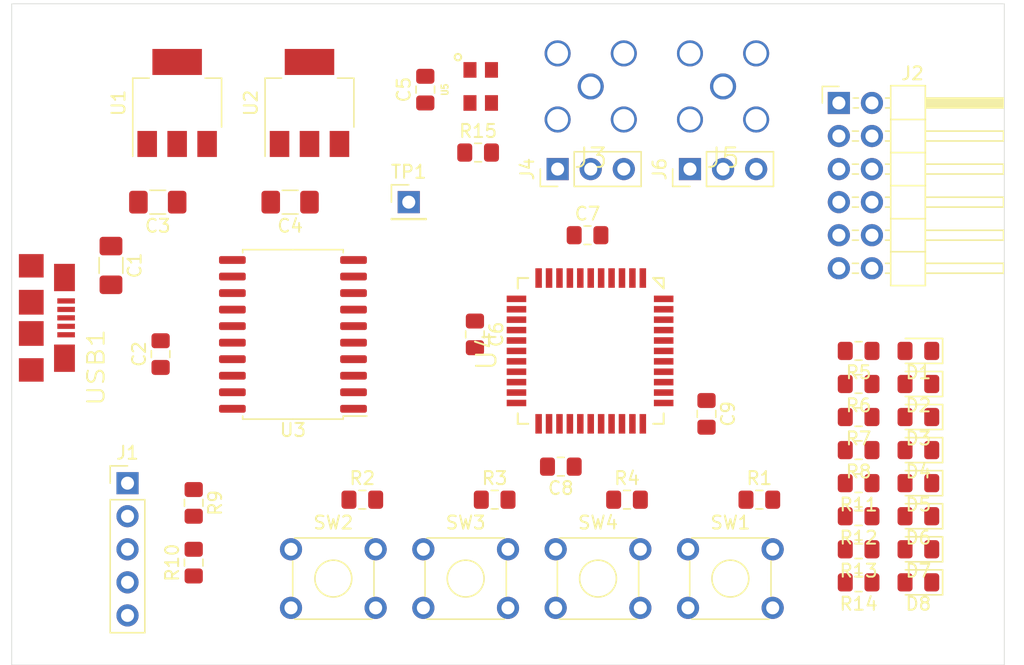
<source format=kicad_pcb>
(kicad_pcb (version 20171130) (host pcbnew 5.1.5+dfsg1-2)

  (general
    (thickness 1.6)
    (drawings 4)
    (tracks 0)
    (zones 0)
    (modules 49)
    (nets 55)
  )

  (page A4)
  (layers
    (0 F.Cu signal)
    (31 B.Cu signal)
    (32 B.Adhes user)
    (33 F.Adhes user)
    (34 B.Paste user)
    (35 F.Paste user)
    (36 B.SilkS user)
    (37 F.SilkS user)
    (38 B.Mask user)
    (39 F.Mask user)
    (40 Dwgs.User user)
    (41 Cmts.User user)
    (42 Eco1.User user)
    (43 Eco2.User user)
    (44 Edge.Cuts user)
    (45 Margin user)
    (46 B.CrtYd user)
    (47 F.CrtYd user)
    (48 B.Fab user)
    (49 F.Fab user)
  )

  (setup
    (last_trace_width 0.2032)
    (trace_clearance 0.2032)
    (zone_clearance 0.508)
    (zone_45_only no)
    (trace_min 0.2032)
    (via_size 0.635)
    (via_drill 0.3048)
    (via_min_size 0.635)
    (via_min_drill 0.3048)
    (uvia_size 0.0254)
    (uvia_drill 0)
    (uvias_allowed no)
    (uvia_min_size 0.0254)
    (uvia_min_drill 0)
    (edge_width 0.05)
    (segment_width 0.2)
    (pcb_text_width 0.3)
    (pcb_text_size 1.5 1.5)
    (mod_edge_width 0.12)
    (mod_text_size 1 1)
    (mod_text_width 0.15)
    (pad_size 1.524 1.524)
    (pad_drill 0.762)
    (pad_to_mask_clearance 0.051)
    (solder_mask_min_width 0.25)
    (aux_axis_origin 0 0)
    (visible_elements FFFFFF7F)
    (pcbplotparams
      (layerselection 0x010fc_ffffffff)
      (usegerberextensions false)
      (usegerberattributes false)
      (usegerberadvancedattributes false)
      (creategerberjobfile false)
      (excludeedgelayer true)
      (linewidth 0.100000)
      (plotframeref false)
      (viasonmask false)
      (mode 1)
      (useauxorigin false)
      (hpglpennumber 1)
      (hpglpenspeed 20)
      (hpglpendiameter 15.000000)
      (psnegative false)
      (psa4output false)
      (plotreference true)
      (plotvalue true)
      (plotinvisibletext false)
      (padsonsilk false)
      (subtractmaskfromsilk false)
      (outputformat 1)
      (mirror false)
      (drillshape 1)
      (scaleselection 1)
      (outputdirectory ""))
  )

  (net 0 "")
  (net 1 +5V)
  (net 2 GND)
  (net 3 +3V3)
  (net 4 +1V8)
  (net 5 "Net-(D1-Pad2)")
  (net 6 "Net-(D2-Pad2)")
  (net 7 "Net-(D3-Pad2)")
  (net 8 "Net-(D4-Pad2)")
  (net 9 "Net-(D5-Pad2)")
  (net 10 "Net-(D6-Pad2)")
  (net 11 "Net-(D7-Pad2)")
  (net 12 "Net-(D8-Pad2)")
  (net 13 /TDI_SWDIO)
  (net 14 /TCK_SWCLK)
  (net 15 /TMS_~RST)
  (net 16 /CLK1)
  (net 17 /CLK2)
  (net 18 /BUT0)
  (net 19 /BUT1)
  (net 20 /BUT3)
  (net 21 /BUT2)
  (net 22 /PMOD4)
  (net 23 /PMOD5)
  (net 24 /PMOD6)
  (net 25 /PMOD7)
  (net 26 /LED4)
  (net 27 /LED5)
  (net 28 /LED6)
  (net 29 /LED7)
  (net 30 /TDO)
  (net 31 /IFACE_CTRL3)
  (net 32 /IFACE_CTRL2)
  (net 33 /USB_P)
  (net 34 /USB_N)
  (net 35 /IFACE_CTRL1)
  (net 36 /IFACE_CTRL0)
  (net 37 /IFACE7)
  (net 38 /IFACE6)
  (net 39 /IFACE5)
  (net 40 /IFACE4)
  (net 41 /IFACE3)
  (net 42 /IFACE2)
  (net 43 /IFACE1)
  (net 44 /IFACE0)
  (net 45 "Net-(U4-Pad2)")
  (net 46 /CLK0)
  (net 47 /PMOD0)
  (net 48 /PMOD3)
  (net 49 /PMOD1)
  (net 50 /PMOD2)
  (net 51 "Net-(U4-Pad22)")
  (net 52 "Net-(USB1-Pad5)")
  (net 53 "Net-(USB1-Pad4)")
  (net 54 "Net-(R15-Pad2)")

  (net_class Default "This is the default net class."
    (clearance 0.2032)
    (trace_width 0.2032)
    (via_dia 0.635)
    (via_drill 0.3048)
    (uvia_dia 0.0254)
    (uvia_drill 0)
    (diff_pair_width 0.2032)
    (diff_pair_gap 0.2032)
    (add_net +1V8)
    (add_net +3V3)
    (add_net +5V)
    (add_net /BUT0)
    (add_net /BUT1)
    (add_net /BUT2)
    (add_net /BUT3)
    (add_net /CLK0)
    (add_net /CLK1)
    (add_net /CLK2)
    (add_net /IFACE0)
    (add_net /IFACE1)
    (add_net /IFACE2)
    (add_net /IFACE3)
    (add_net /IFACE4)
    (add_net /IFACE5)
    (add_net /IFACE6)
    (add_net /IFACE7)
    (add_net /IFACE_CTRL0)
    (add_net /IFACE_CTRL1)
    (add_net /IFACE_CTRL2)
    (add_net /IFACE_CTRL3)
    (add_net /LED4)
    (add_net /LED5)
    (add_net /LED6)
    (add_net /LED7)
    (add_net /PMOD0)
    (add_net /PMOD1)
    (add_net /PMOD2)
    (add_net /PMOD3)
    (add_net /PMOD4)
    (add_net /PMOD5)
    (add_net /PMOD6)
    (add_net /PMOD7)
    (add_net /TCK_SWCLK)
    (add_net /TDI_SWDIO)
    (add_net /TDO)
    (add_net /TMS_~RST)
    (add_net /USB_N)
    (add_net /USB_P)
    (add_net GND)
    (add_net "Net-(D1-Pad2)")
    (add_net "Net-(D2-Pad2)")
    (add_net "Net-(D3-Pad2)")
    (add_net "Net-(D4-Pad2)")
    (add_net "Net-(D5-Pad2)")
    (add_net "Net-(D6-Pad2)")
    (add_net "Net-(D7-Pad2)")
    (add_net "Net-(D8-Pad2)")
    (add_net "Net-(R15-Pad2)")
    (add_net "Net-(U4-Pad2)")
    (add_net "Net-(U4-Pad22)")
    (add_net "Net-(USB1-Pad4)")
    (add_net "Net-(USB1-Pad5)")
  )

  (module Resistor_SMD:R_0805_2012Metric_Pad1.15x1.40mm_HandSolder (layer F.Cu) (tedit 5B36C52B) (tstamp 5DF9AA2B)
    (at 124.705 113.03)
    (descr "Resistor SMD 0805 (2012 Metric), square (rectangular) end terminal, IPC_7351 nominal with elongated pad for handsoldering. (Body size source: https://docs.google.com/spreadsheets/d/1BsfQQcO9C6DZCsRaXUlFlo91Tg2WpOkGARC1WS5S8t0/edit?usp=sharing), generated with kicad-footprint-generator")
    (tags "resistor handsolder")
    (path /5DFC2966)
    (attr smd)
    (fp_text reference R15 (at 0 -1.65) (layer F.SilkS)
      (effects (font (size 1 1) (thickness 0.15)))
    )
    (fp_text value 22 (at 0 1.65) (layer F.Fab)
      (effects (font (size 1 1) (thickness 0.15)))
    )
    (fp_text user %R (at 0 0) (layer F.Fab)
      (effects (font (size 0.5 0.5) (thickness 0.08)))
    )
    (fp_line (start 1.85 0.95) (end -1.85 0.95) (layer F.CrtYd) (width 0.05))
    (fp_line (start 1.85 -0.95) (end 1.85 0.95) (layer F.CrtYd) (width 0.05))
    (fp_line (start -1.85 -0.95) (end 1.85 -0.95) (layer F.CrtYd) (width 0.05))
    (fp_line (start -1.85 0.95) (end -1.85 -0.95) (layer F.CrtYd) (width 0.05))
    (fp_line (start -0.261252 0.71) (end 0.261252 0.71) (layer F.SilkS) (width 0.12))
    (fp_line (start -0.261252 -0.71) (end 0.261252 -0.71) (layer F.SilkS) (width 0.12))
    (fp_line (start 1 0.6) (end -1 0.6) (layer F.Fab) (width 0.1))
    (fp_line (start 1 -0.6) (end 1 0.6) (layer F.Fab) (width 0.1))
    (fp_line (start -1 -0.6) (end 1 -0.6) (layer F.Fab) (width 0.1))
    (fp_line (start -1 0.6) (end -1 -0.6) (layer F.Fab) (width 0.1))
    (pad 2 smd roundrect (at 1.025 0) (size 1.15 1.4) (layers F.Cu F.Paste F.Mask) (roundrect_rratio 0.217391)
      (net 54 "Net-(R15-Pad2)"))
    (pad 1 smd roundrect (at -1.025 0) (size 1.15 1.4) (layers F.Cu F.Paste F.Mask) (roundrect_rratio 0.217391)
      (net 46 /CLK0))
    (model ${KISYS3DMOD}/Resistor_SMD.3dshapes/R_0805_2012Metric.wrl
      (at (xyz 0 0 0))
      (scale (xyz 1 1 1))
      (rotate (xyz 0 0 0))
    )
  )

  (module Connector_PinHeader_2.54mm:PinHeader_2x06_P2.54mm_Horizontal (layer F.Cu) (tedit 59FED5CB) (tstamp 5DF95A23)
    (at 152.4 109.22)
    (descr "Through hole angled pin header, 2x06, 2.54mm pitch, 6mm pin length, double rows")
    (tags "Through hole angled pin header THT 2x06 2.54mm double row")
    (path /5DFC5171)
    (fp_text reference J2 (at 5.655 -2.27) (layer F.SilkS)
      (effects (font (size 1 1) (thickness 0.15)))
    )
    (fp_text value Conn_02x06_Odd_Even (at 5.655 14.97) (layer F.Fab)
      (effects (font (size 1 1) (thickness 0.15)))
    )
    (fp_text user %R (at 5.31 6.35 90) (layer F.Fab)
      (effects (font (size 1 1) (thickness 0.15)))
    )
    (fp_line (start 13.1 -1.8) (end -1.8 -1.8) (layer F.CrtYd) (width 0.05))
    (fp_line (start 13.1 14.5) (end 13.1 -1.8) (layer F.CrtYd) (width 0.05))
    (fp_line (start -1.8 14.5) (end 13.1 14.5) (layer F.CrtYd) (width 0.05))
    (fp_line (start -1.8 -1.8) (end -1.8 14.5) (layer F.CrtYd) (width 0.05))
    (fp_line (start -1.27 -1.27) (end 0 -1.27) (layer F.SilkS) (width 0.12))
    (fp_line (start -1.27 0) (end -1.27 -1.27) (layer F.SilkS) (width 0.12))
    (fp_line (start 1.042929 13.08) (end 1.497071 13.08) (layer F.SilkS) (width 0.12))
    (fp_line (start 1.042929 12.32) (end 1.497071 12.32) (layer F.SilkS) (width 0.12))
    (fp_line (start 3.582929 13.08) (end 3.98 13.08) (layer F.SilkS) (width 0.12))
    (fp_line (start 3.582929 12.32) (end 3.98 12.32) (layer F.SilkS) (width 0.12))
    (fp_line (start 12.64 13.08) (end 6.64 13.08) (layer F.SilkS) (width 0.12))
    (fp_line (start 12.64 12.32) (end 12.64 13.08) (layer F.SilkS) (width 0.12))
    (fp_line (start 6.64 12.32) (end 12.64 12.32) (layer F.SilkS) (width 0.12))
    (fp_line (start 3.98 11.43) (end 6.64 11.43) (layer F.SilkS) (width 0.12))
    (fp_line (start 1.042929 10.54) (end 1.497071 10.54) (layer F.SilkS) (width 0.12))
    (fp_line (start 1.042929 9.78) (end 1.497071 9.78) (layer F.SilkS) (width 0.12))
    (fp_line (start 3.582929 10.54) (end 3.98 10.54) (layer F.SilkS) (width 0.12))
    (fp_line (start 3.582929 9.78) (end 3.98 9.78) (layer F.SilkS) (width 0.12))
    (fp_line (start 12.64 10.54) (end 6.64 10.54) (layer F.SilkS) (width 0.12))
    (fp_line (start 12.64 9.78) (end 12.64 10.54) (layer F.SilkS) (width 0.12))
    (fp_line (start 6.64 9.78) (end 12.64 9.78) (layer F.SilkS) (width 0.12))
    (fp_line (start 3.98 8.89) (end 6.64 8.89) (layer F.SilkS) (width 0.12))
    (fp_line (start 1.042929 8) (end 1.497071 8) (layer F.SilkS) (width 0.12))
    (fp_line (start 1.042929 7.24) (end 1.497071 7.24) (layer F.SilkS) (width 0.12))
    (fp_line (start 3.582929 8) (end 3.98 8) (layer F.SilkS) (width 0.12))
    (fp_line (start 3.582929 7.24) (end 3.98 7.24) (layer F.SilkS) (width 0.12))
    (fp_line (start 12.64 8) (end 6.64 8) (layer F.SilkS) (width 0.12))
    (fp_line (start 12.64 7.24) (end 12.64 8) (layer F.SilkS) (width 0.12))
    (fp_line (start 6.64 7.24) (end 12.64 7.24) (layer F.SilkS) (width 0.12))
    (fp_line (start 3.98 6.35) (end 6.64 6.35) (layer F.SilkS) (width 0.12))
    (fp_line (start 1.042929 5.46) (end 1.497071 5.46) (layer F.SilkS) (width 0.12))
    (fp_line (start 1.042929 4.7) (end 1.497071 4.7) (layer F.SilkS) (width 0.12))
    (fp_line (start 3.582929 5.46) (end 3.98 5.46) (layer F.SilkS) (width 0.12))
    (fp_line (start 3.582929 4.7) (end 3.98 4.7) (layer F.SilkS) (width 0.12))
    (fp_line (start 12.64 5.46) (end 6.64 5.46) (layer F.SilkS) (width 0.12))
    (fp_line (start 12.64 4.7) (end 12.64 5.46) (layer F.SilkS) (width 0.12))
    (fp_line (start 6.64 4.7) (end 12.64 4.7) (layer F.SilkS) (width 0.12))
    (fp_line (start 3.98 3.81) (end 6.64 3.81) (layer F.SilkS) (width 0.12))
    (fp_line (start 1.042929 2.92) (end 1.497071 2.92) (layer F.SilkS) (width 0.12))
    (fp_line (start 1.042929 2.16) (end 1.497071 2.16) (layer F.SilkS) (width 0.12))
    (fp_line (start 3.582929 2.92) (end 3.98 2.92) (layer F.SilkS) (width 0.12))
    (fp_line (start 3.582929 2.16) (end 3.98 2.16) (layer F.SilkS) (width 0.12))
    (fp_line (start 12.64 2.92) (end 6.64 2.92) (layer F.SilkS) (width 0.12))
    (fp_line (start 12.64 2.16) (end 12.64 2.92) (layer F.SilkS) (width 0.12))
    (fp_line (start 6.64 2.16) (end 12.64 2.16) (layer F.SilkS) (width 0.12))
    (fp_line (start 3.98 1.27) (end 6.64 1.27) (layer F.SilkS) (width 0.12))
    (fp_line (start 1.11 0.38) (end 1.497071 0.38) (layer F.SilkS) (width 0.12))
    (fp_line (start 1.11 -0.38) (end 1.497071 -0.38) (layer F.SilkS) (width 0.12))
    (fp_line (start 3.582929 0.38) (end 3.98 0.38) (layer F.SilkS) (width 0.12))
    (fp_line (start 3.582929 -0.38) (end 3.98 -0.38) (layer F.SilkS) (width 0.12))
    (fp_line (start 6.64 0.28) (end 12.64 0.28) (layer F.SilkS) (width 0.12))
    (fp_line (start 6.64 0.16) (end 12.64 0.16) (layer F.SilkS) (width 0.12))
    (fp_line (start 6.64 0.04) (end 12.64 0.04) (layer F.SilkS) (width 0.12))
    (fp_line (start 6.64 -0.08) (end 12.64 -0.08) (layer F.SilkS) (width 0.12))
    (fp_line (start 6.64 -0.2) (end 12.64 -0.2) (layer F.SilkS) (width 0.12))
    (fp_line (start 6.64 -0.32) (end 12.64 -0.32) (layer F.SilkS) (width 0.12))
    (fp_line (start 12.64 0.38) (end 6.64 0.38) (layer F.SilkS) (width 0.12))
    (fp_line (start 12.64 -0.38) (end 12.64 0.38) (layer F.SilkS) (width 0.12))
    (fp_line (start 6.64 -0.38) (end 12.64 -0.38) (layer F.SilkS) (width 0.12))
    (fp_line (start 6.64 -1.33) (end 3.98 -1.33) (layer F.SilkS) (width 0.12))
    (fp_line (start 6.64 14.03) (end 6.64 -1.33) (layer F.SilkS) (width 0.12))
    (fp_line (start 3.98 14.03) (end 6.64 14.03) (layer F.SilkS) (width 0.12))
    (fp_line (start 3.98 -1.33) (end 3.98 14.03) (layer F.SilkS) (width 0.12))
    (fp_line (start 6.58 13.02) (end 12.58 13.02) (layer F.Fab) (width 0.1))
    (fp_line (start 12.58 12.38) (end 12.58 13.02) (layer F.Fab) (width 0.1))
    (fp_line (start 6.58 12.38) (end 12.58 12.38) (layer F.Fab) (width 0.1))
    (fp_line (start -0.32 13.02) (end 4.04 13.02) (layer F.Fab) (width 0.1))
    (fp_line (start -0.32 12.38) (end -0.32 13.02) (layer F.Fab) (width 0.1))
    (fp_line (start -0.32 12.38) (end 4.04 12.38) (layer F.Fab) (width 0.1))
    (fp_line (start 6.58 10.48) (end 12.58 10.48) (layer F.Fab) (width 0.1))
    (fp_line (start 12.58 9.84) (end 12.58 10.48) (layer F.Fab) (width 0.1))
    (fp_line (start 6.58 9.84) (end 12.58 9.84) (layer F.Fab) (width 0.1))
    (fp_line (start -0.32 10.48) (end 4.04 10.48) (layer F.Fab) (width 0.1))
    (fp_line (start -0.32 9.84) (end -0.32 10.48) (layer F.Fab) (width 0.1))
    (fp_line (start -0.32 9.84) (end 4.04 9.84) (layer F.Fab) (width 0.1))
    (fp_line (start 6.58 7.94) (end 12.58 7.94) (layer F.Fab) (width 0.1))
    (fp_line (start 12.58 7.3) (end 12.58 7.94) (layer F.Fab) (width 0.1))
    (fp_line (start 6.58 7.3) (end 12.58 7.3) (layer F.Fab) (width 0.1))
    (fp_line (start -0.32 7.94) (end 4.04 7.94) (layer F.Fab) (width 0.1))
    (fp_line (start -0.32 7.3) (end -0.32 7.94) (layer F.Fab) (width 0.1))
    (fp_line (start -0.32 7.3) (end 4.04 7.3) (layer F.Fab) (width 0.1))
    (fp_line (start 6.58 5.4) (end 12.58 5.4) (layer F.Fab) (width 0.1))
    (fp_line (start 12.58 4.76) (end 12.58 5.4) (layer F.Fab) (width 0.1))
    (fp_line (start 6.58 4.76) (end 12.58 4.76) (layer F.Fab) (width 0.1))
    (fp_line (start -0.32 5.4) (end 4.04 5.4) (layer F.Fab) (width 0.1))
    (fp_line (start -0.32 4.76) (end -0.32 5.4) (layer F.Fab) (width 0.1))
    (fp_line (start -0.32 4.76) (end 4.04 4.76) (layer F.Fab) (width 0.1))
    (fp_line (start 6.58 2.86) (end 12.58 2.86) (layer F.Fab) (width 0.1))
    (fp_line (start 12.58 2.22) (end 12.58 2.86) (layer F.Fab) (width 0.1))
    (fp_line (start 6.58 2.22) (end 12.58 2.22) (layer F.Fab) (width 0.1))
    (fp_line (start -0.32 2.86) (end 4.04 2.86) (layer F.Fab) (width 0.1))
    (fp_line (start -0.32 2.22) (end -0.32 2.86) (layer F.Fab) (width 0.1))
    (fp_line (start -0.32 2.22) (end 4.04 2.22) (layer F.Fab) (width 0.1))
    (fp_line (start 6.58 0.32) (end 12.58 0.32) (layer F.Fab) (width 0.1))
    (fp_line (start 12.58 -0.32) (end 12.58 0.32) (layer F.Fab) (width 0.1))
    (fp_line (start 6.58 -0.32) (end 12.58 -0.32) (layer F.Fab) (width 0.1))
    (fp_line (start -0.32 0.32) (end 4.04 0.32) (layer F.Fab) (width 0.1))
    (fp_line (start -0.32 -0.32) (end -0.32 0.32) (layer F.Fab) (width 0.1))
    (fp_line (start -0.32 -0.32) (end 4.04 -0.32) (layer F.Fab) (width 0.1))
    (fp_line (start 4.04 -0.635) (end 4.675 -1.27) (layer F.Fab) (width 0.1))
    (fp_line (start 4.04 13.97) (end 4.04 -0.635) (layer F.Fab) (width 0.1))
    (fp_line (start 6.58 13.97) (end 4.04 13.97) (layer F.Fab) (width 0.1))
    (fp_line (start 6.58 -1.27) (end 6.58 13.97) (layer F.Fab) (width 0.1))
    (fp_line (start 4.675 -1.27) (end 6.58 -1.27) (layer F.Fab) (width 0.1))
    (pad 12 thru_hole oval (at 2.54 12.7) (size 1.7 1.7) (drill 1) (layers *.Cu *.Mask)
      (net 3 +3V3))
    (pad 11 thru_hole oval (at 0 12.7) (size 1.7 1.7) (drill 1) (layers *.Cu *.Mask)
      (net 3 +3V3))
    (pad 10 thru_hole oval (at 2.54 10.16) (size 1.7 1.7) (drill 1) (layers *.Cu *.Mask)
      (net 2 GND))
    (pad 9 thru_hole oval (at 0 10.16) (size 1.7 1.7) (drill 1) (layers *.Cu *.Mask)
      (net 2 GND))
    (pad 8 thru_hole oval (at 2.54 7.62) (size 1.7 1.7) (drill 1) (layers *.Cu *.Mask)
      (net 25 /PMOD7))
    (pad 7 thru_hole oval (at 0 7.62) (size 1.7 1.7) (drill 1) (layers *.Cu *.Mask)
      (net 48 /PMOD3))
    (pad 6 thru_hole oval (at 2.54 5.08) (size 1.7 1.7) (drill 1) (layers *.Cu *.Mask)
      (net 24 /PMOD6))
    (pad 5 thru_hole oval (at 0 5.08) (size 1.7 1.7) (drill 1) (layers *.Cu *.Mask)
      (net 50 /PMOD2))
    (pad 4 thru_hole oval (at 2.54 2.54) (size 1.7 1.7) (drill 1) (layers *.Cu *.Mask)
      (net 23 /PMOD5))
    (pad 3 thru_hole oval (at 0 2.54) (size 1.7 1.7) (drill 1) (layers *.Cu *.Mask)
      (net 49 /PMOD1))
    (pad 2 thru_hole oval (at 2.54 0) (size 1.7 1.7) (drill 1) (layers *.Cu *.Mask)
      (net 22 /PMOD4))
    (pad 1 thru_hole rect (at 0 0) (size 1.7 1.7) (drill 1) (layers *.Cu *.Mask)
      (net 47 /PMOD0))
    (model ${KISYS3DMOD}/Connector_PinHeader_2.54mm.3dshapes/PinHeader_2x06_P2.54mm_Horizontal.wrl
      (at (xyz 0 0 0))
      (scale (xyz 1 1 1))
      (rotate (xyz 0 0 0))
    )
  )

  (module rqou:USB-MICRO-AB (layer F.Cu) (tedit 54D3328E) (tstamp 5DF9A3B2)
    (at 92.075 125.73 270)
    (descr "Designed for Hirose ZX62-AB-5PA")
    (path /5DF8B9DA)
    (fp_text reference USB1 (at 3.81 -3.302 90) (layer F.SilkS)
      (effects (font (size 1.27 1.5) (thickness 0.15)))
    )
    (fp_text value USB-OTG (at 0 -5.334 90) (layer F.SilkS) hide
      (effects (font (size 1.5 1.5) (thickness 0.15)))
    )
    (fp_line (start 5.3 3) (end -5.3 3) (layer F.CrtYd) (width 0.15))
    (fp_line (start 5.3 -2) (end 5.3 3) (layer F.CrtYd) (width 0.15))
    (fp_line (start -5.3 -2) (end 5.3 -2) (layer F.CrtYd) (width 0.15))
    (fp_line (start -5.3 3) (end -5.3 -2) (layer F.CrtYd) (width 0.15))
    (fp_line (start -10 3.125) (end 10 3.125) (layer F.Fab) (width 0.15))
    (fp_line (start 3.75 -1) (end -3.75 -1) (layer F.Fab) (width 0.15))
    (fp_line (start 3.75 -1) (end 3.75 4) (layer F.Fab) (width 0.15))
    (fp_line (start -3.75 4) (end 3.75 4) (layer F.Fab) (width 0.15))
    (fp_line (start -3.75 -1) (end -3.75 4) (layer F.Fab) (width 0.15))
    (pad 11 smd rect (at 4 1.675 270) (size 1.8 1.9) (layers F.Cu F.Paste F.Mask)
      (net 2 GND))
    (pad 10 smd rect (at 1.2 1.675 270) (size 1.9 1.9) (layers F.Cu F.Paste F.Mask)
      (net 2 GND))
    (pad 9 smd rect (at -1.2 1.675 270) (size 1.9 1.9) (layers F.Cu F.Paste F.Mask)
      (net 2 GND))
    (pad 8 smd rect (at -4 1.675 270) (size 1.8 1.9) (layers F.Cu F.Paste F.Mask)
      (net 2 GND))
    (pad 7 smd rect (at 3.1 -0.875 270) (size 2.1 1.6) (layers F.Cu F.Paste F.Mask)
      (net 2 GND))
    (pad 6 smd rect (at -3.1 -0.875 270) (size 2.1 1.6) (layers F.Cu F.Paste F.Mask)
      (net 2 GND))
    (pad 5 smd rect (at 1.3 -1 270) (size 0.4 1.35) (layers F.Cu F.Paste F.Mask)
      (net 52 "Net-(USB1-Pad5)"))
    (pad 4 smd rect (at 0.65 -1 270) (size 0.4 1.35) (layers F.Cu F.Paste F.Mask)
      (net 53 "Net-(USB1-Pad4)"))
    (pad 3 smd rect (at 0 -1 270) (size 0.4 1.35) (layers F.Cu F.Paste F.Mask)
      (net 33 /USB_P))
    (pad 2 smd rect (at -0.65 -1 270) (size 0.4 1.35) (layers F.Cu F.Paste F.Mask)
      (net 34 /USB_N))
    (pad 1 smd rect (at -1.3 -1 270) (size 0.4 1.35) (layers F.Cu F.Paste F.Mask)
      (net 1 +5V))
  )

  (module azonenberg:OSCILLATOR_3.2x2.5 (layer F.Cu) (tedit 54A60C8C) (tstamp 5DF9AA53)
    (at 124.905 107.95 270)
    (path /5E192FE7)
    (solder_mask_margin 0.05)
    (solder_paste_ratio -0.1)
    (fp_text reference U5 (at 0.25 2.75 90) (layer F.SilkS)
      (effects (font (size 0.508 0.457) (thickness 0.11425)))
    )
    (fp_text value "50 MHz" (at 0.25 3.5 90) (layer F.SilkS) hide
      (effects (font (size 0.508 0.457) (thickness 0.11425)))
    )
    (fp_circle (center -2.25 1.75) (end -2.25 1.5) (layer F.SilkS) (width 0.15))
    (pad 1 smd rect (at -1.27 0.825 270) (size 1.2 1) (layers F.Cu F.Paste F.Mask)
      (net 3 +3V3))
    (pad 2 smd rect (at 1.27 0.825 270) (size 1.2 1) (layers F.Cu F.Paste F.Mask)
      (net 2 GND))
    (pad 3 smd rect (at 1.27 -0.825 270) (size 1.2 1) (layers F.Cu F.Paste F.Mask)
      (net 54 "Net-(R15-Pad2)"))
    (pad 4 smd rect (at -1.27 -0.825 270) (size 1.2 1) (layers F.Cu F.Paste F.Mask)
      (net 3 +3V3))
    (model /nfs4/home/azonenberg/kicad-libs/3rdparty/walter/crystal/crystal_smd_5x3.2mm.wrl
      (at (xyz 0 0 0))
      (scale (xyz 0.6 0.6 0.6))
      (rotate (xyz 0 0 0))
    )
  )

  (module azonenberg:QFP_44_0.8MM (layer F.Cu) (tedit 56A538AB) (tstamp 5DF9A8BA)
    (at 133.35 128.27 270)
    (path /5DF915F0)
    (fp_text reference U4 (at 0 8 90) (layer F.SilkS)
      (effects (font (size 1.5 1.5) (thickness 0.15)))
    )
    (fp_text value XC2CXXA-VQG44 (at 0 -8 90) (layer F.Fab)
      (effects (font (size 1.5 1.5) (thickness 0.15)))
    )
    (fp_line (start 4.8 -5.6) (end 5.6 -5.6) (layer F.SilkS) (width 0.15))
    (fp_line (start 5.6 -5.6) (end 5.6 -4.8) (layer F.SilkS) (width 0.15))
    (fp_line (start 5.6 4.8) (end 5.6 5.6) (layer F.SilkS) (width 0.15))
    (fp_line (start 5.6 5.6) (end 4.8 5.6) (layer F.SilkS) (width 0.15))
    (fp_line (start -4.8 5.6) (end -5.6 5.6) (layer F.SilkS) (width 0.15))
    (fp_line (start -5.6 5.6) (end -5.6 4.8) (layer F.SilkS) (width 0.15))
    (fp_line (start -5.6 -4.8) (end -5.6 -5.6) (layer F.SilkS) (width 0.15))
    (fp_line (start -5.6 -5.6) (end -4.8 -5.6) (layer F.SilkS) (width 0.15))
    (fp_line (start -4.8 -5.6) (end -5.6 -4.8) (layer F.SilkS) (width 0.15))
    (pad 33 smd rect (at 5.6 -4) (size 0.5 1.5) (layers F.Cu F.Paste F.Mask)
      (net 22 /PMOD4))
    (pad 32 smd rect (at 5.6 -3.2) (size 0.5 1.5) (layers F.Cu F.Paste F.Mask)
      (net 23 /PMOD5))
    (pad 31 smd rect (at 5.6 -2.4) (size 0.5 1.5) (layers F.Cu F.Paste F.Mask)
      (net 24 /PMOD6))
    (pad 30 smd rect (at 5.6 -1.6) (size 0.5 1.5) (layers F.Cu F.Paste F.Mask)
      (net 25 /PMOD7))
    (pad 29 smd rect (at 5.6 -0.8) (size 0.5 1.5) (layers F.Cu F.Paste F.Mask)
      (net 26 /LED4))
    (pad 27 smd rect (at 5.6 0.8) (size 0.5 1.5) (layers F.Cu F.Paste F.Mask)
      (net 28 /LED6))
    (pad 28 smd rect (at 5.6 0) (size 0.5 1.5) (layers F.Cu F.Paste F.Mask)
      (net 27 /LED5))
    (pad 26 smd rect (at 5.6 1.6) (size 0.5 1.5) (layers F.Cu F.Paste F.Mask)
      (net 3 +3V3))
    (pad 25 smd rect (at 5.6 2.4) (size 0.5 1.5) (layers F.Cu F.Paste F.Mask)
      (net 2 GND))
    (pad 24 smd rect (at 5.6 3.2) (size 0.5 1.5) (layers F.Cu F.Paste F.Mask)
      (net 30 /TDO))
    (pad 23 smd rect (at 5.6 4) (size 0.5 1.5) (layers F.Cu F.Paste F.Mask)
      (net 29 /LED7))
    (pad 11 smd rect (at -5.6 4) (size 0.5 1.5) (layers F.Cu F.Paste F.Mask)
      (net 14 /TCK_SWCLK))
    (pad 10 smd rect (at -5.6 3.2) (size 0.5 1.5) (layers F.Cu F.Paste F.Mask)
      (net 15 /TMS_~RST))
    (pad 9 smd rect (at -5.6 2.4) (size 0.5 1.5) (layers F.Cu F.Paste F.Mask)
      (net 13 /TDI_SWDIO))
    (pad 8 smd rect (at -5.6 1.6) (size 0.5 1.5) (layers F.Cu F.Paste F.Mask)
      (net 41 /IFACE3))
    (pad 7 smd rect (at -5.6 0.8) (size 0.5 1.5) (layers F.Cu F.Paste F.Mask)
      (net 3 +3V3))
    (pad 6 smd rect (at -5.6 0) (size 0.5 1.5) (layers F.Cu F.Paste F.Mask)
      (net 42 /IFACE2))
    (pad 5 smd rect (at -5.6 -0.8) (size 0.5 1.5) (layers F.Cu F.Paste F.Mask)
      (net 43 /IFACE1))
    (pad 4 smd rect (at -5.6 -1.6) (size 0.5 1.5) (layers F.Cu F.Paste F.Mask)
      (net 2 GND))
    (pad 3 smd rect (at -5.6 -2.4) (size 0.5 1.5) (layers F.Cu F.Paste F.Mask)
      (net 44 /IFACE0))
    (pad 2 smd rect (at -5.6 -3.2) (size 0.5 1.5) (layers F.Cu F.Paste F.Mask)
      (net 45 "Net-(U4-Pad2)"))
    (pad 44 smd rect (at -4 -5.6 270) (size 0.5 1.5) (layers F.Cu F.Paste F.Mask)
      (net 16 /CLK1))
    (pad 41 smd rect (at -1.6 -5.6 270) (size 0.5 1.5) (layers F.Cu F.Paste F.Mask)
      (net 32 /IFACE_CTRL2))
    (pad 42 smd rect (at -2.4 -5.6 270) (size 0.5 1.5) (layers F.Cu F.Paste F.Mask)
      (net 31 /IFACE_CTRL3))
    (pad 43 smd rect (at -3.2 -5.6 270) (size 0.5 1.5) (layers F.Cu F.Paste F.Mask)
      (net 46 /CLK0))
    (pad 39 smd rect (at 0 -5.6 270) (size 0.5 1.5) (layers F.Cu F.Paste F.Mask)
      (net 36 /IFACE_CTRL0))
    (pad 38 smd rect (at 0.8 -5.6 270) (size 0.5 1.5) (layers F.Cu F.Paste F.Mask)
      (net 47 /PMOD0))
    (pad 35 smd rect (at 3.2 -5.6 270) (size 0.5 1.5) (layers F.Cu F.Paste F.Mask)
      (net 3 +3V3))
    (pad 34 smd rect (at 4 -5.6 270) (size 0.5 1.5) (layers F.Cu F.Paste F.Mask)
      (net 48 /PMOD3))
    (pad 37 smd rect (at 1.6 -5.6 270) (size 0.5 1.5) (layers F.Cu F.Paste F.Mask)
      (net 49 /PMOD1))
    (pad 36 smd rect (at 2.4 -5.6 270) (size 0.5 1.5) (layers F.Cu F.Paste F.Mask)
      (net 50 /PMOD2))
    (pad 40 smd rect (at -0.8 -5.6 270) (size 0.5 1.5) (layers F.Cu F.Paste F.Mask)
      (net 35 /IFACE_CTRL1))
    (pad 1 smd rect (at -5.6 -4) (size 0.5 1.5) (layers F.Cu F.Paste F.Mask)
      (net 17 /CLK2))
    (pad 22 smd rect (at 4 5.7 270) (size 0.5 1.5) (layers F.Cu F.Paste F.Mask)
      (net 51 "Net-(U4-Pad22)"))
    (pad 21 smd rect (at 3.2 5.7 270) (size 0.5 1.5) (layers F.Cu F.Paste F.Mask)
      (net 18 /BUT0))
    (pad 20 smd rect (at 2.4 5.7 270) (size 0.5 1.5) (layers F.Cu F.Paste F.Mask)
      (net 19 /BUT1))
    (pad 19 smd rect (at 1.6 5.7 270) (size 0.5 1.5) (layers F.Cu F.Paste F.Mask)
      (net 21 /BUT2))
    (pad 18 smd rect (at 0.8 5.7 270) (size 0.5 1.5) (layers F.Cu F.Paste F.Mask)
      (net 20 /BUT3))
    (pad 17 smd rect (at 0 5.7 270) (size 0.5 1.5) (layers F.Cu F.Paste F.Mask)
      (net 2 GND))
    (pad 16 smd rect (at -0.8 5.7 270) (size 0.5 1.5) (layers F.Cu F.Paste F.Mask)
      (net 37 /IFACE7))
    (pad 15 smd rect (at -1.6 5.7 270) (size 0.5 1.5) (layers F.Cu F.Paste F.Mask)
      (net 4 +1V8))
    (pad 14 smd rect (at -2.4 5.7 270) (size 0.5 1.5) (layers F.Cu F.Paste F.Mask)
      (net 38 /IFACE6))
    (pad 13 smd rect (at -3.2 5.7 270) (size 0.5 1.5) (layers F.Cu F.Paste F.Mask)
      (net 39 /IFACE5))
    (pad 12 smd rect (at -4 5.7 270) (size 0.5 1.5) (layers F.Cu F.Paste F.Mask)
      (net 40 /IFACE4))
    (model /nfs4/home/azonenberg/code/3rdparty/kicad_libs/modules/packages3d/walter/smd_lqfp/lqfp-44.wrl
      (at (xyz 0 0 0))
      (scale (xyz 1 1 1))
      (rotate (xyz 0 0 90))
    )
  )

  (module Package_SO:SOIC-20W_7.5x12.8mm_P1.27mm (layer F.Cu) (tedit 5D9F72B1) (tstamp 5DF9A478)
    (at 110.49 127 180)
    (descr "SOIC, 20 Pin (JEDEC MS-013AC, https://www.analog.com/media/en/package-pcb-resources/package/233848rw_20.pdf), generated with kicad-footprint-generator ipc_gullwing_generator.py")
    (tags "SOIC SO")
    (path /5DF928B1)
    (attr smd)
    (fp_text reference U3 (at 0 -7.35) (layer F.SilkS)
      (effects (font (size 1 1) (thickness 0.15)))
    )
    (fp_text value ATSAMD11D14A-SS (at 0 7.35) (layer F.Fab)
      (effects (font (size 1 1) (thickness 0.15)))
    )
    (fp_text user %R (at 0 0) (layer F.Fab)
      (effects (font (size 1 1) (thickness 0.15)))
    )
    (fp_line (start 5.93 -6.65) (end -5.93 -6.65) (layer F.CrtYd) (width 0.05))
    (fp_line (start 5.93 6.65) (end 5.93 -6.65) (layer F.CrtYd) (width 0.05))
    (fp_line (start -5.93 6.65) (end 5.93 6.65) (layer F.CrtYd) (width 0.05))
    (fp_line (start -5.93 -6.65) (end -5.93 6.65) (layer F.CrtYd) (width 0.05))
    (fp_line (start -3.75 -5.4) (end -2.75 -6.4) (layer F.Fab) (width 0.1))
    (fp_line (start -3.75 6.4) (end -3.75 -5.4) (layer F.Fab) (width 0.1))
    (fp_line (start 3.75 6.4) (end -3.75 6.4) (layer F.Fab) (width 0.1))
    (fp_line (start 3.75 -6.4) (end 3.75 6.4) (layer F.Fab) (width 0.1))
    (fp_line (start -2.75 -6.4) (end 3.75 -6.4) (layer F.Fab) (width 0.1))
    (fp_line (start -3.86 -6.275) (end -5.675 -6.275) (layer F.SilkS) (width 0.12))
    (fp_line (start -3.86 -6.51) (end -3.86 -6.275) (layer F.SilkS) (width 0.12))
    (fp_line (start 0 -6.51) (end -3.86 -6.51) (layer F.SilkS) (width 0.12))
    (fp_line (start 3.86 -6.51) (end 3.86 -6.275) (layer F.SilkS) (width 0.12))
    (fp_line (start 0 -6.51) (end 3.86 -6.51) (layer F.SilkS) (width 0.12))
    (fp_line (start -3.86 6.51) (end -3.86 6.275) (layer F.SilkS) (width 0.12))
    (fp_line (start 0 6.51) (end -3.86 6.51) (layer F.SilkS) (width 0.12))
    (fp_line (start 3.86 6.51) (end 3.86 6.275) (layer F.SilkS) (width 0.12))
    (fp_line (start 0 6.51) (end 3.86 6.51) (layer F.SilkS) (width 0.12))
    (pad 20 smd roundrect (at 4.65 -5.715 180) (size 2.05 0.6) (layers F.Cu F.Paste F.Mask) (roundrect_rratio 0.25)
      (net 31 /IFACE_CTRL3))
    (pad 19 smd roundrect (at 4.65 -4.445 180) (size 2.05 0.6) (layers F.Cu F.Paste F.Mask) (roundrect_rratio 0.25)
      (net 32 /IFACE_CTRL2))
    (pad 18 smd roundrect (at 4.65 -3.175 180) (size 2.05 0.6) (layers F.Cu F.Paste F.Mask) (roundrect_rratio 0.25)
      (net 30 /TDO))
    (pad 17 smd roundrect (at 4.65 -1.905 180) (size 2.05 0.6) (layers F.Cu F.Paste F.Mask) (roundrect_rratio 0.25)
      (net 3 +3V3))
    (pad 16 smd roundrect (at 4.65 -0.635 180) (size 2.05 0.6) (layers F.Cu F.Paste F.Mask) (roundrect_rratio 0.25)
      (net 2 GND))
    (pad 15 smd roundrect (at 4.65 0.635 180) (size 2.05 0.6) (layers F.Cu F.Paste F.Mask) (roundrect_rratio 0.25)
      (net 33 /USB_P))
    (pad 14 smd roundrect (at 4.65 1.905 180) (size 2.05 0.6) (layers F.Cu F.Paste F.Mask) (roundrect_rratio 0.25)
      (net 34 /USB_N))
    (pad 13 smd roundrect (at 4.65 3.175 180) (size 2.05 0.6) (layers F.Cu F.Paste F.Mask) (roundrect_rratio 0.25)
      (net 13 /TDI_SWDIO))
    (pad 12 smd roundrect (at 4.65 4.445 180) (size 2.05 0.6) (layers F.Cu F.Paste F.Mask) (roundrect_rratio 0.25)
      (net 14 /TCK_SWCLK))
    (pad 11 smd roundrect (at 4.65 5.715 180) (size 2.05 0.6) (layers F.Cu F.Paste F.Mask) (roundrect_rratio 0.25)
      (net 15 /TMS_~RST))
    (pad 10 smd roundrect (at -4.65 5.715 180) (size 2.05 0.6) (layers F.Cu F.Paste F.Mask) (roundrect_rratio 0.25)
      (net 35 /IFACE_CTRL1))
    (pad 9 smd roundrect (at -4.65 4.445 180) (size 2.05 0.6) (layers F.Cu F.Paste F.Mask) (roundrect_rratio 0.25)
      (net 36 /IFACE_CTRL0))
    (pad 8 smd roundrect (at -4.65 3.175 180) (size 2.05 0.6) (layers F.Cu F.Paste F.Mask) (roundrect_rratio 0.25)
      (net 37 /IFACE7))
    (pad 7 smd roundrect (at -4.65 1.905 180) (size 2.05 0.6) (layers F.Cu F.Paste F.Mask) (roundrect_rratio 0.25)
      (net 38 /IFACE6))
    (pad 6 smd roundrect (at -4.65 0.635 180) (size 2.05 0.6) (layers F.Cu F.Paste F.Mask) (roundrect_rratio 0.25)
      (net 39 /IFACE5))
    (pad 5 smd roundrect (at -4.65 -0.635 180) (size 2.05 0.6) (layers F.Cu F.Paste F.Mask) (roundrect_rratio 0.25)
      (net 40 /IFACE4))
    (pad 4 smd roundrect (at -4.65 -1.905 180) (size 2.05 0.6) (layers F.Cu F.Paste F.Mask) (roundrect_rratio 0.25)
      (net 41 /IFACE3))
    (pad 3 smd roundrect (at -4.65 -3.175 180) (size 2.05 0.6) (layers F.Cu F.Paste F.Mask) (roundrect_rratio 0.25)
      (net 42 /IFACE2))
    (pad 2 smd roundrect (at -4.65 -4.445 180) (size 2.05 0.6) (layers F.Cu F.Paste F.Mask) (roundrect_rratio 0.25)
      (net 43 /IFACE1))
    (pad 1 smd roundrect (at -4.65 -5.715 180) (size 2.05 0.6) (layers F.Cu F.Paste F.Mask) (roundrect_rratio 0.25)
      (net 44 /IFACE0))
    (model ${KISYS3DMOD}/Package_SO.3dshapes/SOIC-20W_7.5x12.8mm_P1.27mm.wrl
      (at (xyz 0 0 0))
      (scale (xyz 1 1 1))
      (rotate (xyz 0 0 0))
    )
  )

  (module Package_TO_SOT_SMD:SOT-223-3_TabPin2 (layer F.Cu) (tedit 5A02FF57) (tstamp 5DF8E716)
    (at 111.76 109.22 90)
    (descr "module CMS SOT223 4 pins")
    (tags "CMS SOT")
    (path /5DF9082F)
    (attr smd)
    (fp_text reference U2 (at 0 -4.5 90) (layer F.SilkS)
      (effects (font (size 1 1) (thickness 0.15)))
    )
    (fp_text value LM1117-1.8 (at 0 4.5 90) (layer F.Fab)
      (effects (font (size 1 1) (thickness 0.15)))
    )
    (fp_line (start 1.85 -3.35) (end 1.85 3.35) (layer F.Fab) (width 0.1))
    (fp_line (start -1.85 3.35) (end 1.85 3.35) (layer F.Fab) (width 0.1))
    (fp_line (start -4.1 -3.41) (end 1.91 -3.41) (layer F.SilkS) (width 0.12))
    (fp_line (start -0.85 -3.35) (end 1.85 -3.35) (layer F.Fab) (width 0.1))
    (fp_line (start -1.85 3.41) (end 1.91 3.41) (layer F.SilkS) (width 0.12))
    (fp_line (start -1.85 -2.35) (end -1.85 3.35) (layer F.Fab) (width 0.1))
    (fp_line (start -1.85 -2.35) (end -0.85 -3.35) (layer F.Fab) (width 0.1))
    (fp_line (start -4.4 -3.6) (end -4.4 3.6) (layer F.CrtYd) (width 0.05))
    (fp_line (start -4.4 3.6) (end 4.4 3.6) (layer F.CrtYd) (width 0.05))
    (fp_line (start 4.4 3.6) (end 4.4 -3.6) (layer F.CrtYd) (width 0.05))
    (fp_line (start 4.4 -3.6) (end -4.4 -3.6) (layer F.CrtYd) (width 0.05))
    (fp_line (start 1.91 -3.41) (end 1.91 -2.15) (layer F.SilkS) (width 0.12))
    (fp_line (start 1.91 3.41) (end 1.91 2.15) (layer F.SilkS) (width 0.12))
    (fp_text user %R (at 0 0) (layer F.Fab)
      (effects (font (size 0.8 0.8) (thickness 0.12)))
    )
    (pad 1 smd rect (at -3.15 -2.3 90) (size 2 1.5) (layers F.Cu F.Paste F.Mask)
      (net 2 GND))
    (pad 3 smd rect (at -3.15 2.3 90) (size 2 1.5) (layers F.Cu F.Paste F.Mask)
      (net 3 +3V3))
    (pad 2 smd rect (at -3.15 0 90) (size 2 1.5) (layers F.Cu F.Paste F.Mask)
      (net 4 +1V8))
    (pad 2 smd rect (at 3.15 0 90) (size 2 3.8) (layers F.Cu F.Paste F.Mask)
      (net 4 +1V8))
    (model ${KISYS3DMOD}/Package_TO_SOT_SMD.3dshapes/SOT-223.wrl
      (at (xyz 0 0 0))
      (scale (xyz 1 1 1))
      (rotate (xyz 0 0 0))
    )
  )

  (module Package_TO_SOT_SMD:SOT-223-3_TabPin2 (layer F.Cu) (tedit 5A02FF57) (tstamp 5DF9A6B2)
    (at 101.6 109.22 90)
    (descr "module CMS SOT223 4 pins")
    (tags "CMS SOT")
    (path /5DF90318)
    (attr smd)
    (fp_text reference U1 (at 0 -4.5 90) (layer F.SilkS)
      (effects (font (size 1 1) (thickness 0.15)))
    )
    (fp_text value LM1117-3.3 (at 0 4.5 90) (layer F.Fab)
      (effects (font (size 1 1) (thickness 0.15)))
    )
    (fp_line (start 1.85 -3.35) (end 1.85 3.35) (layer F.Fab) (width 0.1))
    (fp_line (start -1.85 3.35) (end 1.85 3.35) (layer F.Fab) (width 0.1))
    (fp_line (start -4.1 -3.41) (end 1.91 -3.41) (layer F.SilkS) (width 0.12))
    (fp_line (start -0.85 -3.35) (end 1.85 -3.35) (layer F.Fab) (width 0.1))
    (fp_line (start -1.85 3.41) (end 1.91 3.41) (layer F.SilkS) (width 0.12))
    (fp_line (start -1.85 -2.35) (end -1.85 3.35) (layer F.Fab) (width 0.1))
    (fp_line (start -1.85 -2.35) (end -0.85 -3.35) (layer F.Fab) (width 0.1))
    (fp_line (start -4.4 -3.6) (end -4.4 3.6) (layer F.CrtYd) (width 0.05))
    (fp_line (start -4.4 3.6) (end 4.4 3.6) (layer F.CrtYd) (width 0.05))
    (fp_line (start 4.4 3.6) (end 4.4 -3.6) (layer F.CrtYd) (width 0.05))
    (fp_line (start 4.4 -3.6) (end -4.4 -3.6) (layer F.CrtYd) (width 0.05))
    (fp_line (start 1.91 -3.41) (end 1.91 -2.15) (layer F.SilkS) (width 0.12))
    (fp_line (start 1.91 3.41) (end 1.91 2.15) (layer F.SilkS) (width 0.12))
    (fp_text user %R (at 0 0) (layer F.Fab)
      (effects (font (size 0.8 0.8) (thickness 0.12)))
    )
    (pad 1 smd rect (at -3.15 -2.3 90) (size 2 1.5) (layers F.Cu F.Paste F.Mask)
      (net 2 GND))
    (pad 3 smd rect (at -3.15 2.3 90) (size 2 1.5) (layers F.Cu F.Paste F.Mask)
      (net 1 +5V))
    (pad 2 smd rect (at -3.15 0 90) (size 2 1.5) (layers F.Cu F.Paste F.Mask)
      (net 3 +3V3))
    (pad 2 smd rect (at 3.15 0 90) (size 2 3.8) (layers F.Cu F.Paste F.Mask)
      (net 3 +3V3))
    (model ${KISYS3DMOD}/Package_TO_SOT_SMD.3dshapes/SOT-223.wrl
      (at (xyz 0 0 0))
      (scale (xyz 1 1 1))
      (rotate (xyz 0 0 0))
    )
  )

  (module Connector_PinHeader_2.54mm:PinHeader_1x01_P2.54mm_Vertical (layer F.Cu) (tedit 59FED5CC) (tstamp 5DF9B98F)
    (at 119.38 116.84)
    (descr "Through hole straight pin header, 1x01, 2.54mm pitch, single row")
    (tags "Through hole pin header THT 1x01 2.54mm single row")
    (path /5E32E360)
    (fp_text reference TP1 (at 0 -2.33) (layer F.SilkS)
      (effects (font (size 1 1) (thickness 0.15)))
    )
    (fp_text value TestPoint (at 0 2.33) (layer F.Fab)
      (effects (font (size 1 1) (thickness 0.15)))
    )
    (fp_text user %R (at 0 0 90) (layer F.Fab)
      (effects (font (size 1 1) (thickness 0.15)))
    )
    (fp_line (start 1.8 -1.8) (end -1.8 -1.8) (layer F.CrtYd) (width 0.05))
    (fp_line (start 1.8 1.8) (end 1.8 -1.8) (layer F.CrtYd) (width 0.05))
    (fp_line (start -1.8 1.8) (end 1.8 1.8) (layer F.CrtYd) (width 0.05))
    (fp_line (start -1.8 -1.8) (end -1.8 1.8) (layer F.CrtYd) (width 0.05))
    (fp_line (start -1.33 -1.33) (end 0 -1.33) (layer F.SilkS) (width 0.12))
    (fp_line (start -1.33 0) (end -1.33 -1.33) (layer F.SilkS) (width 0.12))
    (fp_line (start -1.33 1.27) (end 1.33 1.27) (layer F.SilkS) (width 0.12))
    (fp_line (start 1.33 1.27) (end 1.33 1.33) (layer F.SilkS) (width 0.12))
    (fp_line (start -1.33 1.27) (end -1.33 1.33) (layer F.SilkS) (width 0.12))
    (fp_line (start -1.33 1.33) (end 1.33 1.33) (layer F.SilkS) (width 0.12))
    (fp_line (start -1.27 -0.635) (end -0.635 -1.27) (layer F.Fab) (width 0.1))
    (fp_line (start -1.27 1.27) (end -1.27 -0.635) (layer F.Fab) (width 0.1))
    (fp_line (start 1.27 1.27) (end -1.27 1.27) (layer F.Fab) (width 0.1))
    (fp_line (start 1.27 -1.27) (end 1.27 1.27) (layer F.Fab) (width 0.1))
    (fp_line (start -0.635 -1.27) (end 1.27 -1.27) (layer F.Fab) (width 0.1))
    (pad 1 thru_hole rect (at 0 0) (size 1.7 1.7) (drill 1) (layers *.Cu *.Mask)
      (net 30 /TDO))
    (model ${KISYS3DMOD}/Connector_PinHeader_2.54mm.3dshapes/PinHeader_1x01_P2.54mm_Vertical.wrl
      (at (xyz 0 0 0))
      (scale (xyz 1 1 1))
      (rotate (xyz 0 0 0))
    )
  )

  (module Button_Switch_THT:SW_TH_Tactile_Omron_B3F-10xx (layer F.Cu) (tedit 5D84F0EF) (tstamp 5DF98E59)
    (at 130.66 143.51)
    (descr SW_TH_Tactile_Omron_B3F-10xx_https://www.omron.com/ecb/products/pdf/en-b3f.pdf)
    (tags "Omron B3F-10xx")
    (path /5DFE676D)
    (fp_text reference SW4 (at 3.25 -2.05) (layer F.SilkS)
      (effects (font (size 1 1) (thickness 0.15)))
    )
    (fp_text value SW_Push_Dual (at 3.2 6.5) (layer F.Fab)
      (effects (font (size 1 1) (thickness 0.15)))
    )
    (fp_line (start -1.1 -1.1) (end 7.6 -1.1) (layer F.CrtYd) (width 0.05))
    (fp_line (start 0.25 5.25) (end 6.25 5.25) (layer F.Fab) (width 0.1))
    (fp_line (start 6.37 0.91) (end 6.37 3.59) (layer F.SilkS) (width 0.12))
    (fp_line (start 0.13 3.59) (end 0.13 0.91) (layer F.SilkS) (width 0.12))
    (fp_line (start 0.28 -0.87) (end 6.22 -0.87) (layer F.SilkS) (width 0.12))
    (fp_line (start 0.28 5.37) (end 6.22 5.37) (layer F.SilkS) (width 0.12))
    (fp_circle (center 3.25 2.25) (end 4.25 3.25) (layer F.SilkS) (width 0.12))
    (fp_line (start -1.1 -1.1) (end -1.1 5.6) (layer F.CrtYd) (width 0.05))
    (fp_line (start -1.1 5.6) (end 7.6 5.6) (layer F.CrtYd) (width 0.05))
    (fp_line (start 7.6 5.6) (end 7.6 -1.1) (layer F.CrtYd) (width 0.05))
    (fp_text user %R (at 3.25 2.25) (layer F.Fab)
      (effects (font (size 1 1) (thickness 0.15)))
    )
    (fp_line (start 0.25 -0.75) (end 6.25 -0.75) (layer F.Fab) (width 0.1))
    (fp_line (start 6.25 -0.75) (end 6.25 5.25) (layer F.Fab) (width 0.1))
    (fp_line (start 0.25 -0.75) (end 0.25 5.25) (layer F.Fab) (width 0.1))
    (pad 1 thru_hole circle (at 0 0) (size 1.7 1.7) (drill 1) (layers *.Cu *.Mask)
      (net 2 GND))
    (pad 2 thru_hole circle (at 6.5 0) (size 1.7 1.7) (drill 1) (layers *.Cu *.Mask)
      (net 21 /BUT2))
    (pad 3 thru_hole circle (at 0 4.5) (size 1.7 1.7) (drill 1) (layers *.Cu *.Mask)
      (net 2 GND))
    (pad 4 thru_hole circle (at 6.5 4.5) (size 1.7 1.7) (drill 1) (layers *.Cu *.Mask)
      (net 21 /BUT2))
    (model ${KISYS3DMOD}/Button_Switch_THT.3dshapes/SW_TH_Tactile_Omron_B3F-10xx.wrl
      (at (xyz 0 0 0))
      (scale (xyz 1 1 1))
      (rotate (xyz 0 0 0))
    )
  )

  (module Button_Switch_THT:SW_TH_Tactile_Omron_B3F-10xx (layer F.Cu) (tedit 5D84F0EF) (tstamp 5DF98E98)
    (at 120.5 143.51)
    (descr SW_TH_Tactile_Omron_B3F-10xx_https://www.omron.com/ecb/products/pdf/en-b3f.pdf)
    (tags "Omron B3F-10xx")
    (path /5DFE8E89)
    (fp_text reference SW3 (at 3.25 -2.05) (layer F.SilkS)
      (effects (font (size 1 1) (thickness 0.15)))
    )
    (fp_text value SW_Push_Dual (at 3.2 6.5) (layer F.Fab)
      (effects (font (size 1 1) (thickness 0.15)))
    )
    (fp_line (start -1.1 -1.1) (end 7.6 -1.1) (layer F.CrtYd) (width 0.05))
    (fp_line (start 0.25 5.25) (end 6.25 5.25) (layer F.Fab) (width 0.1))
    (fp_line (start 6.37 0.91) (end 6.37 3.59) (layer F.SilkS) (width 0.12))
    (fp_line (start 0.13 3.59) (end 0.13 0.91) (layer F.SilkS) (width 0.12))
    (fp_line (start 0.28 -0.87) (end 6.22 -0.87) (layer F.SilkS) (width 0.12))
    (fp_line (start 0.28 5.37) (end 6.22 5.37) (layer F.SilkS) (width 0.12))
    (fp_circle (center 3.25 2.25) (end 4.25 3.25) (layer F.SilkS) (width 0.12))
    (fp_line (start -1.1 -1.1) (end -1.1 5.6) (layer F.CrtYd) (width 0.05))
    (fp_line (start -1.1 5.6) (end 7.6 5.6) (layer F.CrtYd) (width 0.05))
    (fp_line (start 7.6 5.6) (end 7.6 -1.1) (layer F.CrtYd) (width 0.05))
    (fp_text user %R (at 3.25 2.25) (layer F.Fab)
      (effects (font (size 1 1) (thickness 0.15)))
    )
    (fp_line (start 0.25 -0.75) (end 6.25 -0.75) (layer F.Fab) (width 0.1))
    (fp_line (start 6.25 -0.75) (end 6.25 5.25) (layer F.Fab) (width 0.1))
    (fp_line (start 0.25 -0.75) (end 0.25 5.25) (layer F.Fab) (width 0.1))
    (pad 1 thru_hole circle (at 0 0) (size 1.7 1.7) (drill 1) (layers *.Cu *.Mask)
      (net 2 GND))
    (pad 2 thru_hole circle (at 6.5 0) (size 1.7 1.7) (drill 1) (layers *.Cu *.Mask)
      (net 20 /BUT3))
    (pad 3 thru_hole circle (at 0 4.5) (size 1.7 1.7) (drill 1) (layers *.Cu *.Mask)
      (net 2 GND))
    (pad 4 thru_hole circle (at 6.5 4.5) (size 1.7 1.7) (drill 1) (layers *.Cu *.Mask)
      (net 20 /BUT3))
    (model ${KISYS3DMOD}/Button_Switch_THT.3dshapes/SW_TH_Tactile_Omron_B3F-10xx.wrl
      (at (xyz 0 0 0))
      (scale (xyz 1 1 1))
      (rotate (xyz 0 0 0))
    )
  )

  (module Button_Switch_THT:SW_TH_Tactile_Omron_B3F-10xx (layer F.Cu) (tedit 5D84F0EF) (tstamp 5DF98ED7)
    (at 110.34 143.51)
    (descr SW_TH_Tactile_Omron_B3F-10xx_https://www.omron.com/ecb/products/pdf/en-b3f.pdf)
    (tags "Omron B3F-10xx")
    (path /5DFE29E1)
    (fp_text reference SW2 (at 3.25 -2.05) (layer F.SilkS)
      (effects (font (size 1 1) (thickness 0.15)))
    )
    (fp_text value SW_Push_Dual (at 3.2 6.5) (layer F.Fab)
      (effects (font (size 1 1) (thickness 0.15)))
    )
    (fp_line (start -1.1 -1.1) (end 7.6 -1.1) (layer F.CrtYd) (width 0.05))
    (fp_line (start 0.25 5.25) (end 6.25 5.25) (layer F.Fab) (width 0.1))
    (fp_line (start 6.37 0.91) (end 6.37 3.59) (layer F.SilkS) (width 0.12))
    (fp_line (start 0.13 3.59) (end 0.13 0.91) (layer F.SilkS) (width 0.12))
    (fp_line (start 0.28 -0.87) (end 6.22 -0.87) (layer F.SilkS) (width 0.12))
    (fp_line (start 0.28 5.37) (end 6.22 5.37) (layer F.SilkS) (width 0.12))
    (fp_circle (center 3.25 2.25) (end 4.25 3.25) (layer F.SilkS) (width 0.12))
    (fp_line (start -1.1 -1.1) (end -1.1 5.6) (layer F.CrtYd) (width 0.05))
    (fp_line (start -1.1 5.6) (end 7.6 5.6) (layer F.CrtYd) (width 0.05))
    (fp_line (start 7.6 5.6) (end 7.6 -1.1) (layer F.CrtYd) (width 0.05))
    (fp_text user %R (at 3.25 2.25) (layer F.Fab)
      (effects (font (size 1 1) (thickness 0.15)))
    )
    (fp_line (start 0.25 -0.75) (end 6.25 -0.75) (layer F.Fab) (width 0.1))
    (fp_line (start 6.25 -0.75) (end 6.25 5.25) (layer F.Fab) (width 0.1))
    (fp_line (start 0.25 -0.75) (end 0.25 5.25) (layer F.Fab) (width 0.1))
    (pad 1 thru_hole circle (at 0 0) (size 1.7 1.7) (drill 1) (layers *.Cu *.Mask)
      (net 2 GND))
    (pad 2 thru_hole circle (at 6.5 0) (size 1.7 1.7) (drill 1) (layers *.Cu *.Mask)
      (net 19 /BUT1))
    (pad 3 thru_hole circle (at 0 4.5) (size 1.7 1.7) (drill 1) (layers *.Cu *.Mask)
      (net 2 GND))
    (pad 4 thru_hole circle (at 6.5 4.5) (size 1.7 1.7) (drill 1) (layers *.Cu *.Mask)
      (net 19 /BUT1))
    (model ${KISYS3DMOD}/Button_Switch_THT.3dshapes/SW_TH_Tactile_Omron_B3F-10xx.wrl
      (at (xyz 0 0 0))
      (scale (xyz 1 1 1))
      (rotate (xyz 0 0 0))
    )
  )

  (module Button_Switch_THT:SW_TH_Tactile_Omron_B3F-10xx (layer F.Cu) (tedit 5D84F0EF) (tstamp 5DF98F16)
    (at 140.82 143.51)
    (descr SW_TH_Tactile_Omron_B3F-10xx_https://www.omron.com/ecb/products/pdf/en-b3f.pdf)
    (tags "Omron B3F-10xx")
    (path /5DFA61A7)
    (fp_text reference SW1 (at 3.25 -2.05) (layer F.SilkS)
      (effects (font (size 1 1) (thickness 0.15)))
    )
    (fp_text value SW_Push_Dual (at 3.2 6.5) (layer F.Fab)
      (effects (font (size 1 1) (thickness 0.15)))
    )
    (fp_line (start -1.1 -1.1) (end 7.6 -1.1) (layer F.CrtYd) (width 0.05))
    (fp_line (start 0.25 5.25) (end 6.25 5.25) (layer F.Fab) (width 0.1))
    (fp_line (start 6.37 0.91) (end 6.37 3.59) (layer F.SilkS) (width 0.12))
    (fp_line (start 0.13 3.59) (end 0.13 0.91) (layer F.SilkS) (width 0.12))
    (fp_line (start 0.28 -0.87) (end 6.22 -0.87) (layer F.SilkS) (width 0.12))
    (fp_line (start 0.28 5.37) (end 6.22 5.37) (layer F.SilkS) (width 0.12))
    (fp_circle (center 3.25 2.25) (end 4.25 3.25) (layer F.SilkS) (width 0.12))
    (fp_line (start -1.1 -1.1) (end -1.1 5.6) (layer F.CrtYd) (width 0.05))
    (fp_line (start -1.1 5.6) (end 7.6 5.6) (layer F.CrtYd) (width 0.05))
    (fp_line (start 7.6 5.6) (end 7.6 -1.1) (layer F.CrtYd) (width 0.05))
    (fp_text user %R (at 3.25 2.25) (layer F.Fab)
      (effects (font (size 1 1) (thickness 0.15)))
    )
    (fp_line (start 0.25 -0.75) (end 6.25 -0.75) (layer F.Fab) (width 0.1))
    (fp_line (start 6.25 -0.75) (end 6.25 5.25) (layer F.Fab) (width 0.1))
    (fp_line (start 0.25 -0.75) (end 0.25 5.25) (layer F.Fab) (width 0.1))
    (pad 1 thru_hole circle (at 0 0) (size 1.7 1.7) (drill 1) (layers *.Cu *.Mask)
      (net 2 GND))
    (pad 2 thru_hole circle (at 6.5 0) (size 1.7 1.7) (drill 1) (layers *.Cu *.Mask)
      (net 18 /BUT0))
    (pad 3 thru_hole circle (at 0 4.5) (size 1.7 1.7) (drill 1) (layers *.Cu *.Mask)
      (net 2 GND))
    (pad 4 thru_hole circle (at 6.5 4.5) (size 1.7 1.7) (drill 1) (layers *.Cu *.Mask)
      (net 18 /BUT0))
    (model ${KISYS3DMOD}/Button_Switch_THT.3dshapes/SW_TH_Tactile_Omron_B3F-10xx.wrl
      (at (xyz 0 0 0))
      (scale (xyz 1 1 1))
      (rotate (xyz 0 0 0))
    )
  )

  (module Resistor_SMD:R_0805_2012Metric_Pad1.15x1.40mm_HandSolder (layer F.Cu) (tedit 5B36C52B) (tstamp 5DF9AF8C)
    (at 153.915 146.05 180)
    (descr "Resistor SMD 0805 (2012 Metric), square (rectangular) end terminal, IPC_7351 nominal with elongated pad for handsoldering. (Body size source: https://docs.google.com/spreadsheets/d/1BsfQQcO9C6DZCsRaXUlFlo91Tg2WpOkGARC1WS5S8t0/edit?usp=sharing), generated with kicad-footprint-generator")
    (tags "resistor handsolder")
    (path /5E129CBE)
    (attr smd)
    (fp_text reference R14 (at 0 -1.65) (layer F.SilkS)
      (effects (font (size 1 1) (thickness 0.15)))
    )
    (fp_text value 1k (at 0 1.65) (layer F.Fab)
      (effects (font (size 1 1) (thickness 0.15)))
    )
    (fp_line (start -1 0.6) (end -1 -0.6) (layer F.Fab) (width 0.1))
    (fp_line (start -1 -0.6) (end 1 -0.6) (layer F.Fab) (width 0.1))
    (fp_line (start 1 -0.6) (end 1 0.6) (layer F.Fab) (width 0.1))
    (fp_line (start 1 0.6) (end -1 0.6) (layer F.Fab) (width 0.1))
    (fp_line (start -0.261252 -0.71) (end 0.261252 -0.71) (layer F.SilkS) (width 0.12))
    (fp_line (start -0.261252 0.71) (end 0.261252 0.71) (layer F.SilkS) (width 0.12))
    (fp_line (start -1.85 0.95) (end -1.85 -0.95) (layer F.CrtYd) (width 0.05))
    (fp_line (start -1.85 -0.95) (end 1.85 -0.95) (layer F.CrtYd) (width 0.05))
    (fp_line (start 1.85 -0.95) (end 1.85 0.95) (layer F.CrtYd) (width 0.05))
    (fp_line (start 1.85 0.95) (end -1.85 0.95) (layer F.CrtYd) (width 0.05))
    (fp_text user %R (at 0 0) (layer F.Fab)
      (effects (font (size 0.5 0.5) (thickness 0.08)))
    )
    (pad 1 smd roundrect (at -1.025 0 180) (size 1.15 1.4) (layers F.Cu F.Paste F.Mask) (roundrect_rratio 0.217391)
      (net 12 "Net-(D8-Pad2)"))
    (pad 2 smd roundrect (at 1.025 0 180) (size 1.15 1.4) (layers F.Cu F.Paste F.Mask) (roundrect_rratio 0.217391)
      (net 29 /LED7))
    (model ${KISYS3DMOD}/Resistor_SMD.3dshapes/R_0805_2012Metric.wrl
      (at (xyz 0 0 0))
      (scale (xyz 1 1 1))
      (rotate (xyz 0 0 0))
    )
  )

  (module Resistor_SMD:R_0805_2012Metric_Pad1.15x1.40mm_HandSolder (layer F.Cu) (tedit 5B36C52B) (tstamp 5DF9AFBC)
    (at 153.915 143.51 180)
    (descr "Resistor SMD 0805 (2012 Metric), square (rectangular) end terminal, IPC_7351 nominal with elongated pad for handsoldering. (Body size source: https://docs.google.com/spreadsheets/d/1BsfQQcO9C6DZCsRaXUlFlo91Tg2WpOkGARC1WS5S8t0/edit?usp=sharing), generated with kicad-footprint-generator")
    (tags "resistor handsolder")
    (path /5E1224B5)
    (attr smd)
    (fp_text reference R13 (at 0 -1.65) (layer F.SilkS)
      (effects (font (size 1 1) (thickness 0.15)))
    )
    (fp_text value 1k (at 0 1.65) (layer F.Fab)
      (effects (font (size 1 1) (thickness 0.15)))
    )
    (fp_line (start -1 0.6) (end -1 -0.6) (layer F.Fab) (width 0.1))
    (fp_line (start -1 -0.6) (end 1 -0.6) (layer F.Fab) (width 0.1))
    (fp_line (start 1 -0.6) (end 1 0.6) (layer F.Fab) (width 0.1))
    (fp_line (start 1 0.6) (end -1 0.6) (layer F.Fab) (width 0.1))
    (fp_line (start -0.261252 -0.71) (end 0.261252 -0.71) (layer F.SilkS) (width 0.12))
    (fp_line (start -0.261252 0.71) (end 0.261252 0.71) (layer F.SilkS) (width 0.12))
    (fp_line (start -1.85 0.95) (end -1.85 -0.95) (layer F.CrtYd) (width 0.05))
    (fp_line (start -1.85 -0.95) (end 1.85 -0.95) (layer F.CrtYd) (width 0.05))
    (fp_line (start 1.85 -0.95) (end 1.85 0.95) (layer F.CrtYd) (width 0.05))
    (fp_line (start 1.85 0.95) (end -1.85 0.95) (layer F.CrtYd) (width 0.05))
    (fp_text user %R (at 0 0) (layer F.Fab)
      (effects (font (size 0.5 0.5) (thickness 0.08)))
    )
    (pad 1 smd roundrect (at -1.025 0 180) (size 1.15 1.4) (layers F.Cu F.Paste F.Mask) (roundrect_rratio 0.217391)
      (net 11 "Net-(D7-Pad2)"))
    (pad 2 smd roundrect (at 1.025 0 180) (size 1.15 1.4) (layers F.Cu F.Paste F.Mask) (roundrect_rratio 0.217391)
      (net 28 /LED6))
    (model ${KISYS3DMOD}/Resistor_SMD.3dshapes/R_0805_2012Metric.wrl
      (at (xyz 0 0 0))
      (scale (xyz 1 1 1))
      (rotate (xyz 0 0 0))
    )
  )

  (module Resistor_SMD:R_0805_2012Metric_Pad1.15x1.40mm_HandSolder (layer F.Cu) (tedit 5B36C52B) (tstamp 5DF9AF5C)
    (at 153.915 140.97 180)
    (descr "Resistor SMD 0805 (2012 Metric), square (rectangular) end terminal, IPC_7351 nominal with elongated pad for handsoldering. (Body size source: https://docs.google.com/spreadsheets/d/1BsfQQcO9C6DZCsRaXUlFlo91Tg2WpOkGARC1WS5S8t0/edit?usp=sharing), generated with kicad-footprint-generator")
    (tags "resistor handsolder")
    (path /5E11AD35)
    (attr smd)
    (fp_text reference R12 (at 0 -1.65) (layer F.SilkS)
      (effects (font (size 1 1) (thickness 0.15)))
    )
    (fp_text value 1k (at 0 1.65) (layer F.Fab)
      (effects (font (size 1 1) (thickness 0.15)))
    )
    (fp_line (start -1 0.6) (end -1 -0.6) (layer F.Fab) (width 0.1))
    (fp_line (start -1 -0.6) (end 1 -0.6) (layer F.Fab) (width 0.1))
    (fp_line (start 1 -0.6) (end 1 0.6) (layer F.Fab) (width 0.1))
    (fp_line (start 1 0.6) (end -1 0.6) (layer F.Fab) (width 0.1))
    (fp_line (start -0.261252 -0.71) (end 0.261252 -0.71) (layer F.SilkS) (width 0.12))
    (fp_line (start -0.261252 0.71) (end 0.261252 0.71) (layer F.SilkS) (width 0.12))
    (fp_line (start -1.85 0.95) (end -1.85 -0.95) (layer F.CrtYd) (width 0.05))
    (fp_line (start -1.85 -0.95) (end 1.85 -0.95) (layer F.CrtYd) (width 0.05))
    (fp_line (start 1.85 -0.95) (end 1.85 0.95) (layer F.CrtYd) (width 0.05))
    (fp_line (start 1.85 0.95) (end -1.85 0.95) (layer F.CrtYd) (width 0.05))
    (fp_text user %R (at 0 0) (layer F.Fab)
      (effects (font (size 0.5 0.5) (thickness 0.08)))
    )
    (pad 1 smd roundrect (at -1.025 0 180) (size 1.15 1.4) (layers F.Cu F.Paste F.Mask) (roundrect_rratio 0.217391)
      (net 10 "Net-(D6-Pad2)"))
    (pad 2 smd roundrect (at 1.025 0 180) (size 1.15 1.4) (layers F.Cu F.Paste F.Mask) (roundrect_rratio 0.217391)
      (net 27 /LED5))
    (model ${KISYS3DMOD}/Resistor_SMD.3dshapes/R_0805_2012Metric.wrl
      (at (xyz 0 0 0))
      (scale (xyz 1 1 1))
      (rotate (xyz 0 0 0))
    )
  )

  (module Resistor_SMD:R_0805_2012Metric_Pad1.15x1.40mm_HandSolder (layer F.Cu) (tedit 5B36C52B) (tstamp 5DF9AF2C)
    (at 153.915 138.43 180)
    (descr "Resistor SMD 0805 (2012 Metric), square (rectangular) end terminal, IPC_7351 nominal with elongated pad for handsoldering. (Body size source: https://docs.google.com/spreadsheets/d/1BsfQQcO9C6DZCsRaXUlFlo91Tg2WpOkGARC1WS5S8t0/edit?usp=sharing), generated with kicad-footprint-generator")
    (tags "resistor handsolder")
    (path /5DFA4C3F)
    (attr smd)
    (fp_text reference R11 (at 0 -1.65) (layer F.SilkS)
      (effects (font (size 1 1) (thickness 0.15)))
    )
    (fp_text value 1k (at 0 1.65) (layer F.Fab)
      (effects (font (size 1 1) (thickness 0.15)))
    )
    (fp_line (start -1 0.6) (end -1 -0.6) (layer F.Fab) (width 0.1))
    (fp_line (start -1 -0.6) (end 1 -0.6) (layer F.Fab) (width 0.1))
    (fp_line (start 1 -0.6) (end 1 0.6) (layer F.Fab) (width 0.1))
    (fp_line (start 1 0.6) (end -1 0.6) (layer F.Fab) (width 0.1))
    (fp_line (start -0.261252 -0.71) (end 0.261252 -0.71) (layer F.SilkS) (width 0.12))
    (fp_line (start -0.261252 0.71) (end 0.261252 0.71) (layer F.SilkS) (width 0.12))
    (fp_line (start -1.85 0.95) (end -1.85 -0.95) (layer F.CrtYd) (width 0.05))
    (fp_line (start -1.85 -0.95) (end 1.85 -0.95) (layer F.CrtYd) (width 0.05))
    (fp_line (start 1.85 -0.95) (end 1.85 0.95) (layer F.CrtYd) (width 0.05))
    (fp_line (start 1.85 0.95) (end -1.85 0.95) (layer F.CrtYd) (width 0.05))
    (fp_text user %R (at 0 0) (layer F.Fab)
      (effects (font (size 0.5 0.5) (thickness 0.08)))
    )
    (pad 1 smd roundrect (at -1.025 0 180) (size 1.15 1.4) (layers F.Cu F.Paste F.Mask) (roundrect_rratio 0.217391)
      (net 9 "Net-(D5-Pad2)"))
    (pad 2 smd roundrect (at 1.025 0 180) (size 1.15 1.4) (layers F.Cu F.Paste F.Mask) (roundrect_rratio 0.217391)
      (net 26 /LED4))
    (model ${KISYS3DMOD}/Resistor_SMD.3dshapes/R_0805_2012Metric.wrl
      (at (xyz 0 0 0))
      (scale (xyz 1 1 1))
      (rotate (xyz 0 0 0))
    )
  )

  (module Resistor_SMD:R_0805_2012Metric_Pad1.15x1.40mm_HandSolder (layer F.Cu) (tedit 5B36C52B) (tstamp 5DF8D904)
    (at 102.87 144.535 90)
    (descr "Resistor SMD 0805 (2012 Metric), square (rectangular) end terminal, IPC_7351 nominal with elongated pad for handsoldering. (Body size source: https://docs.google.com/spreadsheets/d/1BsfQQcO9C6DZCsRaXUlFlo91Tg2WpOkGARC1WS5S8t0/edit?usp=sharing), generated with kicad-footprint-generator")
    (tags "resistor handsolder")
    (path /5DF94163)
    (attr smd)
    (fp_text reference R10 (at 0 -1.65 90) (layer F.SilkS)
      (effects (font (size 1 1) (thickness 0.15)))
    )
    (fp_text value 1k (at 0 1.65 90) (layer F.Fab)
      (effects (font (size 1 1) (thickness 0.15)))
    )
    (fp_text user %R (at 0 0 90) (layer F.Fab)
      (effects (font (size 0.5 0.5) (thickness 0.08)))
    )
    (fp_line (start 1.85 0.95) (end -1.85 0.95) (layer F.CrtYd) (width 0.05))
    (fp_line (start 1.85 -0.95) (end 1.85 0.95) (layer F.CrtYd) (width 0.05))
    (fp_line (start -1.85 -0.95) (end 1.85 -0.95) (layer F.CrtYd) (width 0.05))
    (fp_line (start -1.85 0.95) (end -1.85 -0.95) (layer F.CrtYd) (width 0.05))
    (fp_line (start -0.261252 0.71) (end 0.261252 0.71) (layer F.SilkS) (width 0.12))
    (fp_line (start -0.261252 -0.71) (end 0.261252 -0.71) (layer F.SilkS) (width 0.12))
    (fp_line (start 1 0.6) (end -1 0.6) (layer F.Fab) (width 0.1))
    (fp_line (start 1 -0.6) (end 1 0.6) (layer F.Fab) (width 0.1))
    (fp_line (start -1 -0.6) (end 1 -0.6) (layer F.Fab) (width 0.1))
    (fp_line (start -1 0.6) (end -1 -0.6) (layer F.Fab) (width 0.1))
    (pad 2 smd roundrect (at 1.025 0 90) (size 1.15 1.4) (layers F.Cu F.Paste F.Mask) (roundrect_rratio 0.217391)
      (net 14 /TCK_SWCLK))
    (pad 1 smd roundrect (at -1.025 0 90) (size 1.15 1.4) (layers F.Cu F.Paste F.Mask) (roundrect_rratio 0.217391)
      (net 3 +3V3))
    (model ${KISYS3DMOD}/Resistor_SMD.3dshapes/R_0805_2012Metric.wrl
      (at (xyz 0 0 0))
      (scale (xyz 1 1 1))
      (rotate (xyz 0 0 0))
    )
  )

  (module Resistor_SMD:R_0805_2012Metric_Pad1.15x1.40mm_HandSolder (layer F.Cu) (tedit 5B36C52B) (tstamp 5DF8D8F3)
    (at 102.87 139.945 270)
    (descr "Resistor SMD 0805 (2012 Metric), square (rectangular) end terminal, IPC_7351 nominal with elongated pad for handsoldering. (Body size source: https://docs.google.com/spreadsheets/d/1BsfQQcO9C6DZCsRaXUlFlo91Tg2WpOkGARC1WS5S8t0/edit?usp=sharing), generated with kicad-footprint-generator")
    (tags "resistor handsolder")
    (path /5DF93D1F)
    (attr smd)
    (fp_text reference R9 (at 0 -1.65 90) (layer F.SilkS)
      (effects (font (size 1 1) (thickness 0.15)))
    )
    (fp_text value 10k (at 0 1.65 90) (layer F.Fab)
      (effects (font (size 1 1) (thickness 0.15)))
    )
    (fp_text user %R (at 0 0 90) (layer F.Fab)
      (effects (font (size 0.5 0.5) (thickness 0.08)))
    )
    (fp_line (start 1.85 0.95) (end -1.85 0.95) (layer F.CrtYd) (width 0.05))
    (fp_line (start 1.85 -0.95) (end 1.85 0.95) (layer F.CrtYd) (width 0.05))
    (fp_line (start -1.85 -0.95) (end 1.85 -0.95) (layer F.CrtYd) (width 0.05))
    (fp_line (start -1.85 0.95) (end -1.85 -0.95) (layer F.CrtYd) (width 0.05))
    (fp_line (start -0.261252 0.71) (end 0.261252 0.71) (layer F.SilkS) (width 0.12))
    (fp_line (start -0.261252 -0.71) (end 0.261252 -0.71) (layer F.SilkS) (width 0.12))
    (fp_line (start 1 0.6) (end -1 0.6) (layer F.Fab) (width 0.1))
    (fp_line (start 1 -0.6) (end 1 0.6) (layer F.Fab) (width 0.1))
    (fp_line (start -1 -0.6) (end 1 -0.6) (layer F.Fab) (width 0.1))
    (fp_line (start -1 0.6) (end -1 -0.6) (layer F.Fab) (width 0.1))
    (pad 2 smd roundrect (at 1.025 0 270) (size 1.15 1.4) (layers F.Cu F.Paste F.Mask) (roundrect_rratio 0.217391)
      (net 15 /TMS_~RST))
    (pad 1 smd roundrect (at -1.025 0 270) (size 1.15 1.4) (layers F.Cu F.Paste F.Mask) (roundrect_rratio 0.217391)
      (net 3 +3V3))
    (model ${KISYS3DMOD}/Resistor_SMD.3dshapes/R_0805_2012Metric.wrl
      (at (xyz 0 0 0))
      (scale (xyz 1 1 1))
      (rotate (xyz 0 0 0))
    )
  )

  (module Resistor_SMD:R_0805_2012Metric_Pad1.15x1.40mm_HandSolder (layer F.Cu) (tedit 5B36C52B) (tstamp 5DF9AE6C)
    (at 153.915 135.89 180)
    (descr "Resistor SMD 0805 (2012 Metric), square (rectangular) end terminal, IPC_7351 nominal with elongated pad for handsoldering. (Body size source: https://docs.google.com/spreadsheets/d/1BsfQQcO9C6DZCsRaXUlFlo91Tg2WpOkGARC1WS5S8t0/edit?usp=sharing), generated with kicad-footprint-generator")
    (tags "resistor handsolder")
    (path /5E1442E1)
    (attr smd)
    (fp_text reference R8 (at 0 -1.65) (layer F.SilkS)
      (effects (font (size 1 1) (thickness 0.15)))
    )
    (fp_text value 1k (at 0 1.65) (layer F.Fab)
      (effects (font (size 1 1) (thickness 0.15)))
    )
    (fp_line (start -1 0.6) (end -1 -0.6) (layer F.Fab) (width 0.1))
    (fp_line (start -1 -0.6) (end 1 -0.6) (layer F.Fab) (width 0.1))
    (fp_line (start 1 -0.6) (end 1 0.6) (layer F.Fab) (width 0.1))
    (fp_line (start 1 0.6) (end -1 0.6) (layer F.Fab) (width 0.1))
    (fp_line (start -0.261252 -0.71) (end 0.261252 -0.71) (layer F.SilkS) (width 0.12))
    (fp_line (start -0.261252 0.71) (end 0.261252 0.71) (layer F.SilkS) (width 0.12))
    (fp_line (start -1.85 0.95) (end -1.85 -0.95) (layer F.CrtYd) (width 0.05))
    (fp_line (start -1.85 -0.95) (end 1.85 -0.95) (layer F.CrtYd) (width 0.05))
    (fp_line (start 1.85 -0.95) (end 1.85 0.95) (layer F.CrtYd) (width 0.05))
    (fp_line (start 1.85 0.95) (end -1.85 0.95) (layer F.CrtYd) (width 0.05))
    (fp_text user %R (at 0 0) (layer F.Fab)
      (effects (font (size 0.5 0.5) (thickness 0.08)))
    )
    (pad 1 smd roundrect (at -1.025 0 180) (size 1.15 1.4) (layers F.Cu F.Paste F.Mask) (roundrect_rratio 0.217391)
      (net 8 "Net-(D4-Pad2)"))
    (pad 2 smd roundrect (at 1.025 0 180) (size 1.15 1.4) (layers F.Cu F.Paste F.Mask) (roundrect_rratio 0.217391)
      (net 25 /PMOD7))
    (model ${KISYS3DMOD}/Resistor_SMD.3dshapes/R_0805_2012Metric.wrl
      (at (xyz 0 0 0))
      (scale (xyz 1 1 1))
      (rotate (xyz 0 0 0))
    )
  )

  (module Resistor_SMD:R_0805_2012Metric_Pad1.15x1.40mm_HandSolder (layer F.Cu) (tedit 5B36C52B) (tstamp 5DF9AE9C)
    (at 153.915 133.35 180)
    (descr "Resistor SMD 0805 (2012 Metric), square (rectangular) end terminal, IPC_7351 nominal with elongated pad for handsoldering. (Body size source: https://docs.google.com/spreadsheets/d/1BsfQQcO9C6DZCsRaXUlFlo91Tg2WpOkGARC1WS5S8t0/edit?usp=sharing), generated with kicad-footprint-generator")
    (tags "resistor handsolder")
    (path /5E1442BF)
    (attr smd)
    (fp_text reference R7 (at 0 -1.65) (layer F.SilkS)
      (effects (font (size 1 1) (thickness 0.15)))
    )
    (fp_text value 1k (at 0 1.65) (layer F.Fab)
      (effects (font (size 1 1) (thickness 0.15)))
    )
    (fp_line (start -1 0.6) (end -1 -0.6) (layer F.Fab) (width 0.1))
    (fp_line (start -1 -0.6) (end 1 -0.6) (layer F.Fab) (width 0.1))
    (fp_line (start 1 -0.6) (end 1 0.6) (layer F.Fab) (width 0.1))
    (fp_line (start 1 0.6) (end -1 0.6) (layer F.Fab) (width 0.1))
    (fp_line (start -0.261252 -0.71) (end 0.261252 -0.71) (layer F.SilkS) (width 0.12))
    (fp_line (start -0.261252 0.71) (end 0.261252 0.71) (layer F.SilkS) (width 0.12))
    (fp_line (start -1.85 0.95) (end -1.85 -0.95) (layer F.CrtYd) (width 0.05))
    (fp_line (start -1.85 -0.95) (end 1.85 -0.95) (layer F.CrtYd) (width 0.05))
    (fp_line (start 1.85 -0.95) (end 1.85 0.95) (layer F.CrtYd) (width 0.05))
    (fp_line (start 1.85 0.95) (end -1.85 0.95) (layer F.CrtYd) (width 0.05))
    (fp_text user %R (at 0 0) (layer F.Fab)
      (effects (font (size 0.5 0.5) (thickness 0.08)))
    )
    (pad 1 smd roundrect (at -1.025 0 180) (size 1.15 1.4) (layers F.Cu F.Paste F.Mask) (roundrect_rratio 0.217391)
      (net 7 "Net-(D3-Pad2)"))
    (pad 2 smd roundrect (at 1.025 0 180) (size 1.15 1.4) (layers F.Cu F.Paste F.Mask) (roundrect_rratio 0.217391)
      (net 24 /PMOD6))
    (model ${KISYS3DMOD}/Resistor_SMD.3dshapes/R_0805_2012Metric.wrl
      (at (xyz 0 0 0))
      (scale (xyz 1 1 1))
      (rotate (xyz 0 0 0))
    )
  )

  (module Resistor_SMD:R_0805_2012Metric_Pad1.15x1.40mm_HandSolder (layer F.Cu) (tedit 5B36C52B) (tstamp 5DF9AECC)
    (at 153.915 130.81 180)
    (descr "Resistor SMD 0805 (2012 Metric), square (rectangular) end terminal, IPC_7351 nominal with elongated pad for handsoldering. (Body size source: https://docs.google.com/spreadsheets/d/1BsfQQcO9C6DZCsRaXUlFlo91Tg2WpOkGARC1WS5S8t0/edit?usp=sharing), generated with kicad-footprint-generator")
    (tags "resistor handsolder")
    (path /5E14429D)
    (attr smd)
    (fp_text reference R6 (at 0 -1.65) (layer F.SilkS)
      (effects (font (size 1 1) (thickness 0.15)))
    )
    (fp_text value 1k (at 0 1.65) (layer F.Fab)
      (effects (font (size 1 1) (thickness 0.15)))
    )
    (fp_line (start -1 0.6) (end -1 -0.6) (layer F.Fab) (width 0.1))
    (fp_line (start -1 -0.6) (end 1 -0.6) (layer F.Fab) (width 0.1))
    (fp_line (start 1 -0.6) (end 1 0.6) (layer F.Fab) (width 0.1))
    (fp_line (start 1 0.6) (end -1 0.6) (layer F.Fab) (width 0.1))
    (fp_line (start -0.261252 -0.71) (end 0.261252 -0.71) (layer F.SilkS) (width 0.12))
    (fp_line (start -0.261252 0.71) (end 0.261252 0.71) (layer F.SilkS) (width 0.12))
    (fp_line (start -1.85 0.95) (end -1.85 -0.95) (layer F.CrtYd) (width 0.05))
    (fp_line (start -1.85 -0.95) (end 1.85 -0.95) (layer F.CrtYd) (width 0.05))
    (fp_line (start 1.85 -0.95) (end 1.85 0.95) (layer F.CrtYd) (width 0.05))
    (fp_line (start 1.85 0.95) (end -1.85 0.95) (layer F.CrtYd) (width 0.05))
    (fp_text user %R (at 0 0) (layer F.Fab)
      (effects (font (size 0.5 0.5) (thickness 0.08)))
    )
    (pad 1 smd roundrect (at -1.025 0 180) (size 1.15 1.4) (layers F.Cu F.Paste F.Mask) (roundrect_rratio 0.217391)
      (net 6 "Net-(D2-Pad2)"))
    (pad 2 smd roundrect (at 1.025 0 180) (size 1.15 1.4) (layers F.Cu F.Paste F.Mask) (roundrect_rratio 0.217391)
      (net 23 /PMOD5))
    (model ${KISYS3DMOD}/Resistor_SMD.3dshapes/R_0805_2012Metric.wrl
      (at (xyz 0 0 0))
      (scale (xyz 1 1 1))
      (rotate (xyz 0 0 0))
    )
  )

  (module Resistor_SMD:R_0805_2012Metric_Pad1.15x1.40mm_HandSolder (layer F.Cu) (tedit 5B36C52B) (tstamp 5DF9AEFC)
    (at 153.915 128.27 180)
    (descr "Resistor SMD 0805 (2012 Metric), square (rectangular) end terminal, IPC_7351 nominal with elongated pad for handsoldering. (Body size source: https://docs.google.com/spreadsheets/d/1BsfQQcO9C6DZCsRaXUlFlo91Tg2WpOkGARC1WS5S8t0/edit?usp=sharing), generated with kicad-footprint-generator")
    (tags "resistor handsolder")
    (path /5E14427B)
    (attr smd)
    (fp_text reference R5 (at 0 -1.65) (layer F.SilkS)
      (effects (font (size 1 1) (thickness 0.15)))
    )
    (fp_text value 1k (at 0 1.65) (layer F.Fab)
      (effects (font (size 1 1) (thickness 0.15)))
    )
    (fp_line (start -1 0.6) (end -1 -0.6) (layer F.Fab) (width 0.1))
    (fp_line (start -1 -0.6) (end 1 -0.6) (layer F.Fab) (width 0.1))
    (fp_line (start 1 -0.6) (end 1 0.6) (layer F.Fab) (width 0.1))
    (fp_line (start 1 0.6) (end -1 0.6) (layer F.Fab) (width 0.1))
    (fp_line (start -0.261252 -0.71) (end 0.261252 -0.71) (layer F.SilkS) (width 0.12))
    (fp_line (start -0.261252 0.71) (end 0.261252 0.71) (layer F.SilkS) (width 0.12))
    (fp_line (start -1.85 0.95) (end -1.85 -0.95) (layer F.CrtYd) (width 0.05))
    (fp_line (start -1.85 -0.95) (end 1.85 -0.95) (layer F.CrtYd) (width 0.05))
    (fp_line (start 1.85 -0.95) (end 1.85 0.95) (layer F.CrtYd) (width 0.05))
    (fp_line (start 1.85 0.95) (end -1.85 0.95) (layer F.CrtYd) (width 0.05))
    (fp_text user %R (at 0 0) (layer F.Fab)
      (effects (font (size 0.5 0.5) (thickness 0.08)))
    )
    (pad 1 smd roundrect (at -1.025 0 180) (size 1.15 1.4) (layers F.Cu F.Paste F.Mask) (roundrect_rratio 0.217391)
      (net 5 "Net-(D1-Pad2)"))
    (pad 2 smd roundrect (at 1.025 0 180) (size 1.15 1.4) (layers F.Cu F.Paste F.Mask) (roundrect_rratio 0.217391)
      (net 22 /PMOD4))
    (model ${KISYS3DMOD}/Resistor_SMD.3dshapes/R_0805_2012Metric.wrl
      (at (xyz 0 0 0))
      (scale (xyz 1 1 1))
      (rotate (xyz 0 0 0))
    )
  )

  (module Resistor_SMD:R_0805_2012Metric_Pad1.15x1.40mm_HandSolder (layer F.Cu) (tedit 5B36C52B) (tstamp 5DF98F50)
    (at 136.135 139.7)
    (descr "Resistor SMD 0805 (2012 Metric), square (rectangular) end terminal, IPC_7351 nominal with elongated pad for handsoldering. (Body size source: https://docs.google.com/spreadsheets/d/1BsfQQcO9C6DZCsRaXUlFlo91Tg2WpOkGARC1WS5S8t0/edit?usp=sharing), generated with kicad-footprint-generator")
    (tags "resistor handsolder")
    (path /5DFE6773)
    (attr smd)
    (fp_text reference R4 (at 0 -1.65) (layer F.SilkS)
      (effects (font (size 1 1) (thickness 0.15)))
    )
    (fp_text value 10k (at 0 1.65) (layer F.Fab)
      (effects (font (size 1 1) (thickness 0.15)))
    )
    (fp_text user %R (at 0 0) (layer F.Fab)
      (effects (font (size 0.5 0.5) (thickness 0.08)))
    )
    (fp_line (start 1.85 0.95) (end -1.85 0.95) (layer F.CrtYd) (width 0.05))
    (fp_line (start 1.85 -0.95) (end 1.85 0.95) (layer F.CrtYd) (width 0.05))
    (fp_line (start -1.85 -0.95) (end 1.85 -0.95) (layer F.CrtYd) (width 0.05))
    (fp_line (start -1.85 0.95) (end -1.85 -0.95) (layer F.CrtYd) (width 0.05))
    (fp_line (start -0.261252 0.71) (end 0.261252 0.71) (layer F.SilkS) (width 0.12))
    (fp_line (start -0.261252 -0.71) (end 0.261252 -0.71) (layer F.SilkS) (width 0.12))
    (fp_line (start 1 0.6) (end -1 0.6) (layer F.Fab) (width 0.1))
    (fp_line (start 1 -0.6) (end 1 0.6) (layer F.Fab) (width 0.1))
    (fp_line (start -1 -0.6) (end 1 -0.6) (layer F.Fab) (width 0.1))
    (fp_line (start -1 0.6) (end -1 -0.6) (layer F.Fab) (width 0.1))
    (pad 2 smd roundrect (at 1.025 0) (size 1.15 1.4) (layers F.Cu F.Paste F.Mask) (roundrect_rratio 0.217391)
      (net 21 /BUT2))
    (pad 1 smd roundrect (at -1.025 0) (size 1.15 1.4) (layers F.Cu F.Paste F.Mask) (roundrect_rratio 0.217391)
      (net 3 +3V3))
    (model ${KISYS3DMOD}/Resistor_SMD.3dshapes/R_0805_2012Metric.wrl
      (at (xyz 0 0 0))
      (scale (xyz 1 1 1))
      (rotate (xyz 0 0 0))
    )
  )

  (module Resistor_SMD:R_0805_2012Metric_Pad1.15x1.40mm_HandSolder (layer F.Cu) (tedit 5B36C52B) (tstamp 5DF98F80)
    (at 125.975 139.7)
    (descr "Resistor SMD 0805 (2012 Metric), square (rectangular) end terminal, IPC_7351 nominal with elongated pad for handsoldering. (Body size source: https://docs.google.com/spreadsheets/d/1BsfQQcO9C6DZCsRaXUlFlo91Tg2WpOkGARC1WS5S8t0/edit?usp=sharing), generated with kicad-footprint-generator")
    (tags "resistor handsolder")
    (path /5DFE8E8F)
    (attr smd)
    (fp_text reference R3 (at 0 -1.65) (layer F.SilkS)
      (effects (font (size 1 1) (thickness 0.15)))
    )
    (fp_text value 10k (at 0 1.65) (layer F.Fab)
      (effects (font (size 1 1) (thickness 0.15)))
    )
    (fp_text user %R (at 0 0) (layer F.Fab)
      (effects (font (size 0.5 0.5) (thickness 0.08)))
    )
    (fp_line (start 1.85 0.95) (end -1.85 0.95) (layer F.CrtYd) (width 0.05))
    (fp_line (start 1.85 -0.95) (end 1.85 0.95) (layer F.CrtYd) (width 0.05))
    (fp_line (start -1.85 -0.95) (end 1.85 -0.95) (layer F.CrtYd) (width 0.05))
    (fp_line (start -1.85 0.95) (end -1.85 -0.95) (layer F.CrtYd) (width 0.05))
    (fp_line (start -0.261252 0.71) (end 0.261252 0.71) (layer F.SilkS) (width 0.12))
    (fp_line (start -0.261252 -0.71) (end 0.261252 -0.71) (layer F.SilkS) (width 0.12))
    (fp_line (start 1 0.6) (end -1 0.6) (layer F.Fab) (width 0.1))
    (fp_line (start 1 -0.6) (end 1 0.6) (layer F.Fab) (width 0.1))
    (fp_line (start -1 -0.6) (end 1 -0.6) (layer F.Fab) (width 0.1))
    (fp_line (start -1 0.6) (end -1 -0.6) (layer F.Fab) (width 0.1))
    (pad 2 smd roundrect (at 1.025 0) (size 1.15 1.4) (layers F.Cu F.Paste F.Mask) (roundrect_rratio 0.217391)
      (net 20 /BUT3))
    (pad 1 smd roundrect (at -1.025 0) (size 1.15 1.4) (layers F.Cu F.Paste F.Mask) (roundrect_rratio 0.217391)
      (net 3 +3V3))
    (model ${KISYS3DMOD}/Resistor_SMD.3dshapes/R_0805_2012Metric.wrl
      (at (xyz 0 0 0))
      (scale (xyz 1 1 1))
      (rotate (xyz 0 0 0))
    )
  )

  (module Resistor_SMD:R_0805_2012Metric_Pad1.15x1.40mm_HandSolder (layer F.Cu) (tedit 5B36C52B) (tstamp 5DF98FB0)
    (at 115.815 139.7)
    (descr "Resistor SMD 0805 (2012 Metric), square (rectangular) end terminal, IPC_7351 nominal with elongated pad for handsoldering. (Body size source: https://docs.google.com/spreadsheets/d/1BsfQQcO9C6DZCsRaXUlFlo91Tg2WpOkGARC1WS5S8t0/edit?usp=sharing), generated with kicad-footprint-generator")
    (tags "resistor handsolder")
    (path /5DFE29E7)
    (attr smd)
    (fp_text reference R2 (at 0 -1.65) (layer F.SilkS)
      (effects (font (size 1 1) (thickness 0.15)))
    )
    (fp_text value 10k (at 0 1.65) (layer F.Fab)
      (effects (font (size 1 1) (thickness 0.15)))
    )
    (fp_text user %R (at 0 0) (layer F.Fab)
      (effects (font (size 0.5 0.5) (thickness 0.08)))
    )
    (fp_line (start 1.85 0.95) (end -1.85 0.95) (layer F.CrtYd) (width 0.05))
    (fp_line (start 1.85 -0.95) (end 1.85 0.95) (layer F.CrtYd) (width 0.05))
    (fp_line (start -1.85 -0.95) (end 1.85 -0.95) (layer F.CrtYd) (width 0.05))
    (fp_line (start -1.85 0.95) (end -1.85 -0.95) (layer F.CrtYd) (width 0.05))
    (fp_line (start -0.261252 0.71) (end 0.261252 0.71) (layer F.SilkS) (width 0.12))
    (fp_line (start -0.261252 -0.71) (end 0.261252 -0.71) (layer F.SilkS) (width 0.12))
    (fp_line (start 1 0.6) (end -1 0.6) (layer F.Fab) (width 0.1))
    (fp_line (start 1 -0.6) (end 1 0.6) (layer F.Fab) (width 0.1))
    (fp_line (start -1 -0.6) (end 1 -0.6) (layer F.Fab) (width 0.1))
    (fp_line (start -1 0.6) (end -1 -0.6) (layer F.Fab) (width 0.1))
    (pad 2 smd roundrect (at 1.025 0) (size 1.15 1.4) (layers F.Cu F.Paste F.Mask) (roundrect_rratio 0.217391)
      (net 19 /BUT1))
    (pad 1 smd roundrect (at -1.025 0) (size 1.15 1.4) (layers F.Cu F.Paste F.Mask) (roundrect_rratio 0.217391)
      (net 3 +3V3))
    (model ${KISYS3DMOD}/Resistor_SMD.3dshapes/R_0805_2012Metric.wrl
      (at (xyz 0 0 0))
      (scale (xyz 1 1 1))
      (rotate (xyz 0 0 0))
    )
  )

  (module Resistor_SMD:R_0805_2012Metric_Pad1.15x1.40mm_HandSolder (layer F.Cu) (tedit 5B36C52B) (tstamp 5DF98FE0)
    (at 146.295 139.7)
    (descr "Resistor SMD 0805 (2012 Metric), square (rectangular) end terminal, IPC_7351 nominal with elongated pad for handsoldering. (Body size source: https://docs.google.com/spreadsheets/d/1BsfQQcO9C6DZCsRaXUlFlo91Tg2WpOkGARC1WS5S8t0/edit?usp=sharing), generated with kicad-footprint-generator")
    (tags "resistor handsolder")
    (path /5DFA81BF)
    (attr smd)
    (fp_text reference R1 (at 0 -1.65) (layer F.SilkS)
      (effects (font (size 1 1) (thickness 0.15)))
    )
    (fp_text value 10k (at 0 1.65) (layer F.Fab)
      (effects (font (size 1 1) (thickness 0.15)))
    )
    (fp_text user %R (at 0 0) (layer F.Fab)
      (effects (font (size 0.5 0.5) (thickness 0.08)))
    )
    (fp_line (start 1.85 0.95) (end -1.85 0.95) (layer F.CrtYd) (width 0.05))
    (fp_line (start 1.85 -0.95) (end 1.85 0.95) (layer F.CrtYd) (width 0.05))
    (fp_line (start -1.85 -0.95) (end 1.85 -0.95) (layer F.CrtYd) (width 0.05))
    (fp_line (start -1.85 0.95) (end -1.85 -0.95) (layer F.CrtYd) (width 0.05))
    (fp_line (start -0.261252 0.71) (end 0.261252 0.71) (layer F.SilkS) (width 0.12))
    (fp_line (start -0.261252 -0.71) (end 0.261252 -0.71) (layer F.SilkS) (width 0.12))
    (fp_line (start 1 0.6) (end -1 0.6) (layer F.Fab) (width 0.1))
    (fp_line (start 1 -0.6) (end 1 0.6) (layer F.Fab) (width 0.1))
    (fp_line (start -1 -0.6) (end 1 -0.6) (layer F.Fab) (width 0.1))
    (fp_line (start -1 0.6) (end -1 -0.6) (layer F.Fab) (width 0.1))
    (pad 2 smd roundrect (at 1.025 0) (size 1.15 1.4) (layers F.Cu F.Paste F.Mask) (roundrect_rratio 0.217391)
      (net 18 /BUT0))
    (pad 1 smd roundrect (at -1.025 0) (size 1.15 1.4) (layers F.Cu F.Paste F.Mask) (roundrect_rratio 0.217391)
      (net 3 +3V3))
    (model ${KISYS3DMOD}/Resistor_SMD.3dshapes/R_0805_2012Metric.wrl
      (at (xyz 0 0 0))
      (scale (xyz 1 1 1))
      (rotate (xyz 0 0 0))
    )
  )

  (module Connector_PinHeader_2.54mm:PinHeader_1x03_P2.54mm_Vertical (layer F.Cu) (tedit 59FED5CC) (tstamp 5DF98119)
    (at 140.97 114.3 90)
    (descr "Through hole straight pin header, 1x03, 2.54mm pitch, single row")
    (tags "Through hole pin header THT 1x03 2.54mm single row")
    (path /5E17DFFC)
    (fp_text reference J6 (at 0 -2.33 90) (layer F.SilkS)
      (effects (font (size 1 1) (thickness 0.15)))
    )
    (fp_text value Conn_01x03 (at 0 7.41 90) (layer F.Fab)
      (effects (font (size 1 1) (thickness 0.15)))
    )
    (fp_text user %R (at 0 2.54) (layer F.Fab)
      (effects (font (size 1 1) (thickness 0.15)))
    )
    (fp_line (start 1.8 -1.8) (end -1.8 -1.8) (layer F.CrtYd) (width 0.05))
    (fp_line (start 1.8 6.85) (end 1.8 -1.8) (layer F.CrtYd) (width 0.05))
    (fp_line (start -1.8 6.85) (end 1.8 6.85) (layer F.CrtYd) (width 0.05))
    (fp_line (start -1.8 -1.8) (end -1.8 6.85) (layer F.CrtYd) (width 0.05))
    (fp_line (start -1.33 -1.33) (end 0 -1.33) (layer F.SilkS) (width 0.12))
    (fp_line (start -1.33 0) (end -1.33 -1.33) (layer F.SilkS) (width 0.12))
    (fp_line (start -1.33 1.27) (end 1.33 1.27) (layer F.SilkS) (width 0.12))
    (fp_line (start 1.33 1.27) (end 1.33 6.41) (layer F.SilkS) (width 0.12))
    (fp_line (start -1.33 1.27) (end -1.33 6.41) (layer F.SilkS) (width 0.12))
    (fp_line (start -1.33 6.41) (end 1.33 6.41) (layer F.SilkS) (width 0.12))
    (fp_line (start -1.27 -0.635) (end -0.635 -1.27) (layer F.Fab) (width 0.1))
    (fp_line (start -1.27 6.35) (end -1.27 -0.635) (layer F.Fab) (width 0.1))
    (fp_line (start 1.27 6.35) (end -1.27 6.35) (layer F.Fab) (width 0.1))
    (fp_line (start 1.27 -1.27) (end 1.27 6.35) (layer F.Fab) (width 0.1))
    (fp_line (start -0.635 -1.27) (end 1.27 -1.27) (layer F.Fab) (width 0.1))
    (pad 3 thru_hole oval (at 0 5.08 90) (size 1.7 1.7) (drill 1) (layers *.Cu *.Mask)
      (net 2 GND))
    (pad 2 thru_hole oval (at 0 2.54 90) (size 1.7 1.7) (drill 1) (layers *.Cu *.Mask)
      (net 17 /CLK2))
    (pad 1 thru_hole rect (at 0 0 90) (size 1.7 1.7) (drill 1) (layers *.Cu *.Mask)
      (net 2 GND))
    (model ${KISYS3DMOD}/Connector_PinHeader_2.54mm.3dshapes/PinHeader_1x03_P2.54mm_Vertical.wrl
      (at (xyz 0 0 0))
      (scale (xyz 1 1 1))
      (rotate (xyz 0 0 0))
    )
  )

  (module azonenberg:CONN_SMA_PTH (layer F.Cu) (tedit 58646322) (tstamp 5DF9814D)
    (at 143.51 107.95)
    (path /5E17DFF2)
    (fp_text reference J5 (at 0 5.5) (layer F.SilkS)
      (effects (font (size 1.5 1.5) (thickness 0.15)))
    )
    (fp_text value Conn_Coaxial (at 0 -5.5) (layer F.Fab)
      (effects (font (size 1.5 1.5) (thickness 0.15)))
    )
    (pad 2 thru_hole circle (at -2.54 2.54) (size 2 2) (drill 1.6) (layers *.Cu *.Mask)
      (net 2 GND))
    (pad 2 thru_hole circle (at 2.54 2.54) (size 2 2) (drill 1.6) (layers *.Cu *.Mask)
      (net 2 GND))
    (pad 2 thru_hole circle (at 2.54 -2.54) (size 2 2) (drill 1.6) (layers *.Cu *.Mask)
      (net 2 GND))
    (pad 2 thru_hole circle (at -2.54 -2.54) (size 2 2) (drill 1.6) (layers *.Cu *.Mask)
      (net 2 GND))
    (pad 1 thru_hole circle (at 0 0) (size 2 2) (drill 1.5) (layers *.Cu *.Mask)
      (net 17 /CLK2))
    (model /nfs4/home/azonenberg/kicad-libs/3rdparty/walter/conn_rf/sma_straight_32k101-400l5.wrl
      (at (xyz 0 0 0))
      (scale (xyz 1 1 1))
      (rotate (xyz 0 0 0))
    )
  )

  (module Connector_PinHeader_2.54mm:PinHeader_1x03_P2.54mm_Vertical (layer F.Cu) (tedit 59FED5CC) (tstamp 5DF9AAC9)
    (at 130.81 114.3 90)
    (descr "Through hole straight pin header, 1x03, 2.54mm pitch, single row")
    (tags "Through hole pin header THT 1x03 2.54mm single row")
    (path /5E0B19DB)
    (fp_text reference J4 (at 0 -2.33 90) (layer F.SilkS)
      (effects (font (size 1 1) (thickness 0.15)))
    )
    (fp_text value Conn_01x03 (at 0 7.41 90) (layer F.Fab)
      (effects (font (size 1 1) (thickness 0.15)))
    )
    (fp_text user %R (at 0 2.54) (layer F.Fab)
      (effects (font (size 1 1) (thickness 0.15)))
    )
    (fp_line (start 1.8 -1.8) (end -1.8 -1.8) (layer F.CrtYd) (width 0.05))
    (fp_line (start 1.8 6.85) (end 1.8 -1.8) (layer F.CrtYd) (width 0.05))
    (fp_line (start -1.8 6.85) (end 1.8 6.85) (layer F.CrtYd) (width 0.05))
    (fp_line (start -1.8 -1.8) (end -1.8 6.85) (layer F.CrtYd) (width 0.05))
    (fp_line (start -1.33 -1.33) (end 0 -1.33) (layer F.SilkS) (width 0.12))
    (fp_line (start -1.33 0) (end -1.33 -1.33) (layer F.SilkS) (width 0.12))
    (fp_line (start -1.33 1.27) (end 1.33 1.27) (layer F.SilkS) (width 0.12))
    (fp_line (start 1.33 1.27) (end 1.33 6.41) (layer F.SilkS) (width 0.12))
    (fp_line (start -1.33 1.27) (end -1.33 6.41) (layer F.SilkS) (width 0.12))
    (fp_line (start -1.33 6.41) (end 1.33 6.41) (layer F.SilkS) (width 0.12))
    (fp_line (start -1.27 -0.635) (end -0.635 -1.27) (layer F.Fab) (width 0.1))
    (fp_line (start -1.27 6.35) (end -1.27 -0.635) (layer F.Fab) (width 0.1))
    (fp_line (start 1.27 6.35) (end -1.27 6.35) (layer F.Fab) (width 0.1))
    (fp_line (start 1.27 -1.27) (end 1.27 6.35) (layer F.Fab) (width 0.1))
    (fp_line (start -0.635 -1.27) (end 1.27 -1.27) (layer F.Fab) (width 0.1))
    (pad 3 thru_hole oval (at 0 5.08 90) (size 1.7 1.7) (drill 1) (layers *.Cu *.Mask)
      (net 2 GND))
    (pad 2 thru_hole oval (at 0 2.54 90) (size 1.7 1.7) (drill 1) (layers *.Cu *.Mask)
      (net 16 /CLK1))
    (pad 1 thru_hole rect (at 0 0 90) (size 1.7 1.7) (drill 1) (layers *.Cu *.Mask)
      (net 2 GND))
    (model ${KISYS3DMOD}/Connector_PinHeader_2.54mm.3dshapes/PinHeader_1x03_P2.54mm_Vertical.wrl
      (at (xyz 0 0 0))
      (scale (xyz 1 1 1))
      (rotate (xyz 0 0 0))
    )
  )

  (module azonenberg:CONN_SMA_PTH (layer F.Cu) (tedit 58646322) (tstamp 5DF981A7)
    (at 133.35 107.95)
    (path /5E0B0408)
    (fp_text reference J3 (at 0 5.5) (layer F.SilkS)
      (effects (font (size 1.5 1.5) (thickness 0.15)))
    )
    (fp_text value Conn_Coaxial (at 0 -5.5) (layer F.Fab)
      (effects (font (size 1.5 1.5) (thickness 0.15)))
    )
    (pad 2 thru_hole circle (at -2.54 2.54) (size 2 2) (drill 1.6) (layers *.Cu *.Mask)
      (net 2 GND))
    (pad 2 thru_hole circle (at 2.54 2.54) (size 2 2) (drill 1.6) (layers *.Cu *.Mask)
      (net 2 GND))
    (pad 2 thru_hole circle (at 2.54 -2.54) (size 2 2) (drill 1.6) (layers *.Cu *.Mask)
      (net 2 GND))
    (pad 2 thru_hole circle (at -2.54 -2.54) (size 2 2) (drill 1.6) (layers *.Cu *.Mask)
      (net 2 GND))
    (pad 1 thru_hole circle (at 0 0) (size 2 2) (drill 1.5) (layers *.Cu *.Mask)
      (net 16 /CLK1))
    (model /nfs4/home/azonenberg/kicad-libs/3rdparty/walter/conn_rf/sma_straight_32k101-400l5.wrl
      (at (xyz 0 0 0))
      (scale (xyz 1 1 1))
      (rotate (xyz 0 0 0))
    )
  )

  (module Connector_PinHeader_2.54mm:PinHeader_1x05_P2.54mm_Vertical (layer F.Cu) (tedit 59FED5CC) (tstamp 5DF8D7A1)
    (at 97.79 138.43)
    (descr "Through hole straight pin header, 1x05, 2.54mm pitch, single row")
    (tags "Through hole pin header THT 1x05 2.54mm single row")
    (path /5DFBC5AF)
    (fp_text reference J1 (at 0 -2.33) (layer F.SilkS)
      (effects (font (size 1 1) (thickness 0.15)))
    )
    (fp_text value Conn_01x05 (at 0 12.49) (layer F.Fab)
      (effects (font (size 1 1) (thickness 0.15)))
    )
    (fp_text user %R (at 0 5.08 90) (layer F.Fab)
      (effects (font (size 1 1) (thickness 0.15)))
    )
    (fp_line (start 1.8 -1.8) (end -1.8 -1.8) (layer F.CrtYd) (width 0.05))
    (fp_line (start 1.8 11.95) (end 1.8 -1.8) (layer F.CrtYd) (width 0.05))
    (fp_line (start -1.8 11.95) (end 1.8 11.95) (layer F.CrtYd) (width 0.05))
    (fp_line (start -1.8 -1.8) (end -1.8 11.95) (layer F.CrtYd) (width 0.05))
    (fp_line (start -1.33 -1.33) (end 0 -1.33) (layer F.SilkS) (width 0.12))
    (fp_line (start -1.33 0) (end -1.33 -1.33) (layer F.SilkS) (width 0.12))
    (fp_line (start -1.33 1.27) (end 1.33 1.27) (layer F.SilkS) (width 0.12))
    (fp_line (start 1.33 1.27) (end 1.33 11.49) (layer F.SilkS) (width 0.12))
    (fp_line (start -1.33 1.27) (end -1.33 11.49) (layer F.SilkS) (width 0.12))
    (fp_line (start -1.33 11.49) (end 1.33 11.49) (layer F.SilkS) (width 0.12))
    (fp_line (start -1.27 -0.635) (end -0.635 -1.27) (layer F.Fab) (width 0.1))
    (fp_line (start -1.27 11.43) (end -1.27 -0.635) (layer F.Fab) (width 0.1))
    (fp_line (start 1.27 11.43) (end -1.27 11.43) (layer F.Fab) (width 0.1))
    (fp_line (start 1.27 -1.27) (end 1.27 11.43) (layer F.Fab) (width 0.1))
    (fp_line (start -0.635 -1.27) (end 1.27 -1.27) (layer F.Fab) (width 0.1))
    (pad 5 thru_hole oval (at 0 10.16) (size 1.7 1.7) (drill 1) (layers *.Cu *.Mask)
      (net 2 GND))
    (pad 4 thru_hole oval (at 0 7.62) (size 1.7 1.7) (drill 1) (layers *.Cu *.Mask)
      (net 13 /TDI_SWDIO))
    (pad 3 thru_hole oval (at 0 5.08) (size 1.7 1.7) (drill 1) (layers *.Cu *.Mask)
      (net 14 /TCK_SWCLK))
    (pad 2 thru_hole oval (at 0 2.54) (size 1.7 1.7) (drill 1) (layers *.Cu *.Mask)
      (net 15 /TMS_~RST))
    (pad 1 thru_hole rect (at 0 0) (size 1.7 1.7) (drill 1) (layers *.Cu *.Mask)
      (net 3 +3V3))
    (model ${KISYS3DMOD}/Connector_PinHeader_2.54mm.3dshapes/PinHeader_1x05_P2.54mm_Vertical.wrl
      (at (xyz 0 0 0))
      (scale (xyz 1 1 1))
      (rotate (xyz 0 0 0))
    )
  )

  (module LED_SMD:LED_0805_2012Metric_Pad1.15x1.40mm_HandSolder (layer F.Cu) (tedit 5B4B45C9) (tstamp 5DF9AFEE)
    (at 158.505 146.05 180)
    (descr "LED SMD 0805 (2012 Metric), square (rectangular) end terminal, IPC_7351 nominal, (Body size source: https://docs.google.com/spreadsheets/d/1BsfQQcO9C6DZCsRaXUlFlo91Tg2WpOkGARC1WS5S8t0/edit?usp=sharing), generated with kicad-footprint-generator")
    (tags "LED handsolder")
    (path /5E129CB8)
    (attr smd)
    (fp_text reference D8 (at 0 -1.65) (layer F.SilkS)
      (effects (font (size 1 1) (thickness 0.15)))
    )
    (fp_text value LED (at 0 1.65) (layer F.Fab)
      (effects (font (size 1 1) (thickness 0.15)))
    )
    (fp_line (start 1 -0.6) (end -0.7 -0.6) (layer F.Fab) (width 0.1))
    (fp_line (start -0.7 -0.6) (end -1 -0.3) (layer F.Fab) (width 0.1))
    (fp_line (start -1 -0.3) (end -1 0.6) (layer F.Fab) (width 0.1))
    (fp_line (start -1 0.6) (end 1 0.6) (layer F.Fab) (width 0.1))
    (fp_line (start 1 0.6) (end 1 -0.6) (layer F.Fab) (width 0.1))
    (fp_line (start 1 -0.96) (end -1.86 -0.96) (layer F.SilkS) (width 0.12))
    (fp_line (start -1.86 -0.96) (end -1.86 0.96) (layer F.SilkS) (width 0.12))
    (fp_line (start -1.86 0.96) (end 1 0.96) (layer F.SilkS) (width 0.12))
    (fp_line (start -1.85 0.95) (end -1.85 -0.95) (layer F.CrtYd) (width 0.05))
    (fp_line (start -1.85 -0.95) (end 1.85 -0.95) (layer F.CrtYd) (width 0.05))
    (fp_line (start 1.85 -0.95) (end 1.85 0.95) (layer F.CrtYd) (width 0.05))
    (fp_line (start 1.85 0.95) (end -1.85 0.95) (layer F.CrtYd) (width 0.05))
    (fp_text user %R (at 0 0) (layer F.Fab)
      (effects (font (size 0.5 0.5) (thickness 0.08)))
    )
    (pad 1 smd roundrect (at -1.025 0 180) (size 1.15 1.4) (layers F.Cu F.Paste F.Mask) (roundrect_rratio 0.217391)
      (net 2 GND))
    (pad 2 smd roundrect (at 1.025 0 180) (size 1.15 1.4) (layers F.Cu F.Paste F.Mask) (roundrect_rratio 0.217391)
      (net 12 "Net-(D8-Pad2)"))
    (model ${KISYS3DMOD}/LED_SMD.3dshapes/LED_0805_2012Metric.wrl
      (at (xyz 0 0 0))
      (scale (xyz 1 1 1))
      (rotate (xyz 0 0 0))
    )
  )

  (module LED_SMD:LED_0805_2012Metric_Pad1.15x1.40mm_HandSolder (layer F.Cu) (tedit 5B4B45C9) (tstamp 5DF9B024)
    (at 158.505 143.51 180)
    (descr "LED SMD 0805 (2012 Metric), square (rectangular) end terminal, IPC_7351 nominal, (Body size source: https://docs.google.com/spreadsheets/d/1BsfQQcO9C6DZCsRaXUlFlo91Tg2WpOkGARC1WS5S8t0/edit?usp=sharing), generated with kicad-footprint-generator")
    (tags "LED handsolder")
    (path /5E1224AF)
    (attr smd)
    (fp_text reference D7 (at 0 -1.65) (layer F.SilkS)
      (effects (font (size 1 1) (thickness 0.15)))
    )
    (fp_text value LED (at 0 1.65) (layer F.Fab)
      (effects (font (size 1 1) (thickness 0.15)))
    )
    (fp_line (start 1 -0.6) (end -0.7 -0.6) (layer F.Fab) (width 0.1))
    (fp_line (start -0.7 -0.6) (end -1 -0.3) (layer F.Fab) (width 0.1))
    (fp_line (start -1 -0.3) (end -1 0.6) (layer F.Fab) (width 0.1))
    (fp_line (start -1 0.6) (end 1 0.6) (layer F.Fab) (width 0.1))
    (fp_line (start 1 0.6) (end 1 -0.6) (layer F.Fab) (width 0.1))
    (fp_line (start 1 -0.96) (end -1.86 -0.96) (layer F.SilkS) (width 0.12))
    (fp_line (start -1.86 -0.96) (end -1.86 0.96) (layer F.SilkS) (width 0.12))
    (fp_line (start -1.86 0.96) (end 1 0.96) (layer F.SilkS) (width 0.12))
    (fp_line (start -1.85 0.95) (end -1.85 -0.95) (layer F.CrtYd) (width 0.05))
    (fp_line (start -1.85 -0.95) (end 1.85 -0.95) (layer F.CrtYd) (width 0.05))
    (fp_line (start 1.85 -0.95) (end 1.85 0.95) (layer F.CrtYd) (width 0.05))
    (fp_line (start 1.85 0.95) (end -1.85 0.95) (layer F.CrtYd) (width 0.05))
    (fp_text user %R (at 0 0) (layer F.Fab)
      (effects (font (size 0.5 0.5) (thickness 0.08)))
    )
    (pad 1 smd roundrect (at -1.025 0 180) (size 1.15 1.4) (layers F.Cu F.Paste F.Mask) (roundrect_rratio 0.217391)
      (net 2 GND))
    (pad 2 smd roundrect (at 1.025 0 180) (size 1.15 1.4) (layers F.Cu F.Paste F.Mask) (roundrect_rratio 0.217391)
      (net 11 "Net-(D7-Pad2)"))
    (model ${KISYS3DMOD}/LED_SMD.3dshapes/LED_0805_2012Metric.wrl
      (at (xyz 0 0 0))
      (scale (xyz 1 1 1))
      (rotate (xyz 0 0 0))
    )
  )

  (module LED_SMD:LED_0805_2012Metric_Pad1.15x1.40mm_HandSolder (layer F.Cu) (tedit 5B4B45C9) (tstamp 5DF9B05A)
    (at 158.505 140.97 180)
    (descr "LED SMD 0805 (2012 Metric), square (rectangular) end terminal, IPC_7351 nominal, (Body size source: https://docs.google.com/spreadsheets/d/1BsfQQcO9C6DZCsRaXUlFlo91Tg2WpOkGARC1WS5S8t0/edit?usp=sharing), generated with kicad-footprint-generator")
    (tags "LED handsolder")
    (path /5E11AD2F)
    (attr smd)
    (fp_text reference D6 (at 0 -1.65) (layer F.SilkS)
      (effects (font (size 1 1) (thickness 0.15)))
    )
    (fp_text value LED (at 0 1.65) (layer F.Fab)
      (effects (font (size 1 1) (thickness 0.15)))
    )
    (fp_line (start 1 -0.6) (end -0.7 -0.6) (layer F.Fab) (width 0.1))
    (fp_line (start -0.7 -0.6) (end -1 -0.3) (layer F.Fab) (width 0.1))
    (fp_line (start -1 -0.3) (end -1 0.6) (layer F.Fab) (width 0.1))
    (fp_line (start -1 0.6) (end 1 0.6) (layer F.Fab) (width 0.1))
    (fp_line (start 1 0.6) (end 1 -0.6) (layer F.Fab) (width 0.1))
    (fp_line (start 1 -0.96) (end -1.86 -0.96) (layer F.SilkS) (width 0.12))
    (fp_line (start -1.86 -0.96) (end -1.86 0.96) (layer F.SilkS) (width 0.12))
    (fp_line (start -1.86 0.96) (end 1 0.96) (layer F.SilkS) (width 0.12))
    (fp_line (start -1.85 0.95) (end -1.85 -0.95) (layer F.CrtYd) (width 0.05))
    (fp_line (start -1.85 -0.95) (end 1.85 -0.95) (layer F.CrtYd) (width 0.05))
    (fp_line (start 1.85 -0.95) (end 1.85 0.95) (layer F.CrtYd) (width 0.05))
    (fp_line (start 1.85 0.95) (end -1.85 0.95) (layer F.CrtYd) (width 0.05))
    (fp_text user %R (at 0 0) (layer F.Fab)
      (effects (font (size 0.5 0.5) (thickness 0.08)))
    )
    (pad 1 smd roundrect (at -1.025 0 180) (size 1.15 1.4) (layers F.Cu F.Paste F.Mask) (roundrect_rratio 0.217391)
      (net 2 GND))
    (pad 2 smd roundrect (at 1.025 0 180) (size 1.15 1.4) (layers F.Cu F.Paste F.Mask) (roundrect_rratio 0.217391)
      (net 10 "Net-(D6-Pad2)"))
    (model ${KISYS3DMOD}/LED_SMD.3dshapes/LED_0805_2012Metric.wrl
      (at (xyz 0 0 0))
      (scale (xyz 1 1 1))
      (rotate (xyz 0 0 0))
    )
  )

  (module LED_SMD:LED_0805_2012Metric_Pad1.15x1.40mm_HandSolder (layer F.Cu) (tedit 5B4B45C9) (tstamp 5DF9B090)
    (at 158.505 138.43 180)
    (descr "LED SMD 0805 (2012 Metric), square (rectangular) end terminal, IPC_7351 nominal, (Body size source: https://docs.google.com/spreadsheets/d/1BsfQQcO9C6DZCsRaXUlFlo91Tg2WpOkGARC1WS5S8t0/edit?usp=sharing), generated with kicad-footprint-generator")
    (tags "LED handsolder")
    (path /5DFA2AB7)
    (attr smd)
    (fp_text reference D5 (at 0 -1.65) (layer F.SilkS)
      (effects (font (size 1 1) (thickness 0.15)))
    )
    (fp_text value LED (at 0 1.65) (layer F.Fab)
      (effects (font (size 1 1) (thickness 0.15)))
    )
    (fp_line (start 1 -0.6) (end -0.7 -0.6) (layer F.Fab) (width 0.1))
    (fp_line (start -0.7 -0.6) (end -1 -0.3) (layer F.Fab) (width 0.1))
    (fp_line (start -1 -0.3) (end -1 0.6) (layer F.Fab) (width 0.1))
    (fp_line (start -1 0.6) (end 1 0.6) (layer F.Fab) (width 0.1))
    (fp_line (start 1 0.6) (end 1 -0.6) (layer F.Fab) (width 0.1))
    (fp_line (start 1 -0.96) (end -1.86 -0.96) (layer F.SilkS) (width 0.12))
    (fp_line (start -1.86 -0.96) (end -1.86 0.96) (layer F.SilkS) (width 0.12))
    (fp_line (start -1.86 0.96) (end 1 0.96) (layer F.SilkS) (width 0.12))
    (fp_line (start -1.85 0.95) (end -1.85 -0.95) (layer F.CrtYd) (width 0.05))
    (fp_line (start -1.85 -0.95) (end 1.85 -0.95) (layer F.CrtYd) (width 0.05))
    (fp_line (start 1.85 -0.95) (end 1.85 0.95) (layer F.CrtYd) (width 0.05))
    (fp_line (start 1.85 0.95) (end -1.85 0.95) (layer F.CrtYd) (width 0.05))
    (fp_text user %R (at 0 0) (layer F.Fab)
      (effects (font (size 0.5 0.5) (thickness 0.08)))
    )
    (pad 1 smd roundrect (at -1.025 0 180) (size 1.15 1.4) (layers F.Cu F.Paste F.Mask) (roundrect_rratio 0.217391)
      (net 2 GND))
    (pad 2 smd roundrect (at 1.025 0 180) (size 1.15 1.4) (layers F.Cu F.Paste F.Mask) (roundrect_rratio 0.217391)
      (net 9 "Net-(D5-Pad2)"))
    (model ${KISYS3DMOD}/LED_SMD.3dshapes/LED_0805_2012Metric.wrl
      (at (xyz 0 0 0))
      (scale (xyz 1 1 1))
      (rotate (xyz 0 0 0))
    )
  )

  (module LED_SMD:LED_0805_2012Metric_Pad1.15x1.40mm_HandSolder (layer F.Cu) (tedit 5B4B45C9) (tstamp 5DF9B0C6)
    (at 158.505 135.89 180)
    (descr "LED SMD 0805 (2012 Metric), square (rectangular) end terminal, IPC_7351 nominal, (Body size source: https://docs.google.com/spreadsheets/d/1BsfQQcO9C6DZCsRaXUlFlo91Tg2WpOkGARC1WS5S8t0/edit?usp=sharing), generated with kicad-footprint-generator")
    (tags "LED handsolder")
    (path /5E1442D7)
    (attr smd)
    (fp_text reference D4 (at 0 -1.65) (layer F.SilkS)
      (effects (font (size 1 1) (thickness 0.15)))
    )
    (fp_text value LED (at 0 1.65) (layer F.Fab)
      (effects (font (size 1 1) (thickness 0.15)))
    )
    (fp_line (start 1 -0.6) (end -0.7 -0.6) (layer F.Fab) (width 0.1))
    (fp_line (start -0.7 -0.6) (end -1 -0.3) (layer F.Fab) (width 0.1))
    (fp_line (start -1 -0.3) (end -1 0.6) (layer F.Fab) (width 0.1))
    (fp_line (start -1 0.6) (end 1 0.6) (layer F.Fab) (width 0.1))
    (fp_line (start 1 0.6) (end 1 -0.6) (layer F.Fab) (width 0.1))
    (fp_line (start 1 -0.96) (end -1.86 -0.96) (layer F.SilkS) (width 0.12))
    (fp_line (start -1.86 -0.96) (end -1.86 0.96) (layer F.SilkS) (width 0.12))
    (fp_line (start -1.86 0.96) (end 1 0.96) (layer F.SilkS) (width 0.12))
    (fp_line (start -1.85 0.95) (end -1.85 -0.95) (layer F.CrtYd) (width 0.05))
    (fp_line (start -1.85 -0.95) (end 1.85 -0.95) (layer F.CrtYd) (width 0.05))
    (fp_line (start 1.85 -0.95) (end 1.85 0.95) (layer F.CrtYd) (width 0.05))
    (fp_line (start 1.85 0.95) (end -1.85 0.95) (layer F.CrtYd) (width 0.05))
    (fp_text user %R (at 0 0) (layer F.Fab)
      (effects (font (size 0.5 0.5) (thickness 0.08)))
    )
    (pad 1 smd roundrect (at -1.025 0 180) (size 1.15 1.4) (layers F.Cu F.Paste F.Mask) (roundrect_rratio 0.217391)
      (net 2 GND))
    (pad 2 smd roundrect (at 1.025 0 180) (size 1.15 1.4) (layers F.Cu F.Paste F.Mask) (roundrect_rratio 0.217391)
      (net 8 "Net-(D4-Pad2)"))
    (model ${KISYS3DMOD}/LED_SMD.3dshapes/LED_0805_2012Metric.wrl
      (at (xyz 0 0 0))
      (scale (xyz 1 1 1))
      (rotate (xyz 0 0 0))
    )
  )

  (module LED_SMD:LED_0805_2012Metric_Pad1.15x1.40mm_HandSolder (layer F.Cu) (tedit 5B4B45C9) (tstamp 5DF9B0FC)
    (at 158.505 133.35 180)
    (descr "LED SMD 0805 (2012 Metric), square (rectangular) end terminal, IPC_7351 nominal, (Body size source: https://docs.google.com/spreadsheets/d/1BsfQQcO9C6DZCsRaXUlFlo91Tg2WpOkGARC1WS5S8t0/edit?usp=sharing), generated with kicad-footprint-generator")
    (tags "LED handsolder")
    (path /5E1442B5)
    (attr smd)
    (fp_text reference D3 (at 0 -1.65) (layer F.SilkS)
      (effects (font (size 1 1) (thickness 0.15)))
    )
    (fp_text value LED (at 0 1.65) (layer F.Fab)
      (effects (font (size 1 1) (thickness 0.15)))
    )
    (fp_line (start 1 -0.6) (end -0.7 -0.6) (layer F.Fab) (width 0.1))
    (fp_line (start -0.7 -0.6) (end -1 -0.3) (layer F.Fab) (width 0.1))
    (fp_line (start -1 -0.3) (end -1 0.6) (layer F.Fab) (width 0.1))
    (fp_line (start -1 0.6) (end 1 0.6) (layer F.Fab) (width 0.1))
    (fp_line (start 1 0.6) (end 1 -0.6) (layer F.Fab) (width 0.1))
    (fp_line (start 1 -0.96) (end -1.86 -0.96) (layer F.SilkS) (width 0.12))
    (fp_line (start -1.86 -0.96) (end -1.86 0.96) (layer F.SilkS) (width 0.12))
    (fp_line (start -1.86 0.96) (end 1 0.96) (layer F.SilkS) (width 0.12))
    (fp_line (start -1.85 0.95) (end -1.85 -0.95) (layer F.CrtYd) (width 0.05))
    (fp_line (start -1.85 -0.95) (end 1.85 -0.95) (layer F.CrtYd) (width 0.05))
    (fp_line (start 1.85 -0.95) (end 1.85 0.95) (layer F.CrtYd) (width 0.05))
    (fp_line (start 1.85 0.95) (end -1.85 0.95) (layer F.CrtYd) (width 0.05))
    (fp_text user %R (at 0 0) (layer F.Fab)
      (effects (font (size 0.5 0.5) (thickness 0.08)))
    )
    (pad 1 smd roundrect (at -1.025 0 180) (size 1.15 1.4) (layers F.Cu F.Paste F.Mask) (roundrect_rratio 0.217391)
      (net 2 GND))
    (pad 2 smd roundrect (at 1.025 0 180) (size 1.15 1.4) (layers F.Cu F.Paste F.Mask) (roundrect_rratio 0.217391)
      (net 7 "Net-(D3-Pad2)"))
    (model ${KISYS3DMOD}/LED_SMD.3dshapes/LED_0805_2012Metric.wrl
      (at (xyz 0 0 0))
      (scale (xyz 1 1 1))
      (rotate (xyz 0 0 0))
    )
  )

  (module LED_SMD:LED_0805_2012Metric_Pad1.15x1.40mm_HandSolder (layer F.Cu) (tedit 5B4B45C9) (tstamp 5DF9B132)
    (at 158.505 130.81 180)
    (descr "LED SMD 0805 (2012 Metric), square (rectangular) end terminal, IPC_7351 nominal, (Body size source: https://docs.google.com/spreadsheets/d/1BsfQQcO9C6DZCsRaXUlFlo91Tg2WpOkGARC1WS5S8t0/edit?usp=sharing), generated with kicad-footprint-generator")
    (tags "LED handsolder")
    (path /5E144293)
    (attr smd)
    (fp_text reference D2 (at 0 -1.65) (layer F.SilkS)
      (effects (font (size 1 1) (thickness 0.15)))
    )
    (fp_text value LED (at 0 1.65) (layer F.Fab)
      (effects (font (size 1 1) (thickness 0.15)))
    )
    (fp_line (start 1 -0.6) (end -0.7 -0.6) (layer F.Fab) (width 0.1))
    (fp_line (start -0.7 -0.6) (end -1 -0.3) (layer F.Fab) (width 0.1))
    (fp_line (start -1 -0.3) (end -1 0.6) (layer F.Fab) (width 0.1))
    (fp_line (start -1 0.6) (end 1 0.6) (layer F.Fab) (width 0.1))
    (fp_line (start 1 0.6) (end 1 -0.6) (layer F.Fab) (width 0.1))
    (fp_line (start 1 -0.96) (end -1.86 -0.96) (layer F.SilkS) (width 0.12))
    (fp_line (start -1.86 -0.96) (end -1.86 0.96) (layer F.SilkS) (width 0.12))
    (fp_line (start -1.86 0.96) (end 1 0.96) (layer F.SilkS) (width 0.12))
    (fp_line (start -1.85 0.95) (end -1.85 -0.95) (layer F.CrtYd) (width 0.05))
    (fp_line (start -1.85 -0.95) (end 1.85 -0.95) (layer F.CrtYd) (width 0.05))
    (fp_line (start 1.85 -0.95) (end 1.85 0.95) (layer F.CrtYd) (width 0.05))
    (fp_line (start 1.85 0.95) (end -1.85 0.95) (layer F.CrtYd) (width 0.05))
    (fp_text user %R (at 0 0) (layer F.Fab)
      (effects (font (size 0.5 0.5) (thickness 0.08)))
    )
    (pad 1 smd roundrect (at -1.025 0 180) (size 1.15 1.4) (layers F.Cu F.Paste F.Mask) (roundrect_rratio 0.217391)
      (net 2 GND))
    (pad 2 smd roundrect (at 1.025 0 180) (size 1.15 1.4) (layers F.Cu F.Paste F.Mask) (roundrect_rratio 0.217391)
      (net 6 "Net-(D2-Pad2)"))
    (model ${KISYS3DMOD}/LED_SMD.3dshapes/LED_0805_2012Metric.wrl
      (at (xyz 0 0 0))
      (scale (xyz 1 1 1))
      (rotate (xyz 0 0 0))
    )
  )

  (module LED_SMD:LED_0805_2012Metric_Pad1.15x1.40mm_HandSolder (layer F.Cu) (tedit 5B4B45C9) (tstamp 5DF9B168)
    (at 158.505 128.27 180)
    (descr "LED SMD 0805 (2012 Metric), square (rectangular) end terminal, IPC_7351 nominal, (Body size source: https://docs.google.com/spreadsheets/d/1BsfQQcO9C6DZCsRaXUlFlo91Tg2WpOkGARC1WS5S8t0/edit?usp=sharing), generated with kicad-footprint-generator")
    (tags "LED handsolder")
    (path /5E144271)
    (attr smd)
    (fp_text reference D1 (at 0 -1.65) (layer F.SilkS)
      (effects (font (size 1 1) (thickness 0.15)))
    )
    (fp_text value LED (at 0 1.65) (layer F.Fab)
      (effects (font (size 1 1) (thickness 0.15)))
    )
    (fp_line (start 1 -0.6) (end -0.7 -0.6) (layer F.Fab) (width 0.1))
    (fp_line (start -0.7 -0.6) (end -1 -0.3) (layer F.Fab) (width 0.1))
    (fp_line (start -1 -0.3) (end -1 0.6) (layer F.Fab) (width 0.1))
    (fp_line (start -1 0.6) (end 1 0.6) (layer F.Fab) (width 0.1))
    (fp_line (start 1 0.6) (end 1 -0.6) (layer F.Fab) (width 0.1))
    (fp_line (start 1 -0.96) (end -1.86 -0.96) (layer F.SilkS) (width 0.12))
    (fp_line (start -1.86 -0.96) (end -1.86 0.96) (layer F.SilkS) (width 0.12))
    (fp_line (start -1.86 0.96) (end 1 0.96) (layer F.SilkS) (width 0.12))
    (fp_line (start -1.85 0.95) (end -1.85 -0.95) (layer F.CrtYd) (width 0.05))
    (fp_line (start -1.85 -0.95) (end 1.85 -0.95) (layer F.CrtYd) (width 0.05))
    (fp_line (start 1.85 -0.95) (end 1.85 0.95) (layer F.CrtYd) (width 0.05))
    (fp_line (start 1.85 0.95) (end -1.85 0.95) (layer F.CrtYd) (width 0.05))
    (fp_text user %R (at 0 0) (layer F.Fab)
      (effects (font (size 0.5 0.5) (thickness 0.08)))
    )
    (pad 1 smd roundrect (at -1.025 0 180) (size 1.15 1.4) (layers F.Cu F.Paste F.Mask) (roundrect_rratio 0.217391)
      (net 2 GND))
    (pad 2 smd roundrect (at 1.025 0 180) (size 1.15 1.4) (layers F.Cu F.Paste F.Mask) (roundrect_rratio 0.217391)
      (net 5 "Net-(D1-Pad2)"))
    (model ${KISYS3DMOD}/LED_SMD.3dshapes/LED_0805_2012Metric.wrl
      (at (xyz 0 0 0))
      (scale (xyz 1 1 1))
      (rotate (xyz 0 0 0))
    )
  )

  (module Capacitor_SMD:C_0805_2012Metric_Pad1.15x1.40mm_HandSolder (layer F.Cu) (tedit 5B36C52B) (tstamp 5DF9B5BD)
    (at 142.24 133.105 270)
    (descr "Capacitor SMD 0805 (2012 Metric), square (rectangular) end terminal, IPC_7351 nominal with elongated pad for handsoldering. (Body size source: https://docs.google.com/spreadsheets/d/1BsfQQcO9C6DZCsRaXUlFlo91Tg2WpOkGARC1WS5S8t0/edit?usp=sharing), generated with kicad-footprint-generator")
    (tags "capacitor handsolder")
    (path /5DFA2451)
    (attr smd)
    (fp_text reference C9 (at 0 -1.65 90) (layer F.SilkS)
      (effects (font (size 1 1) (thickness 0.15)))
    )
    (fp_text value 0.1uF (at 0 1.65 90) (layer F.Fab)
      (effects (font (size 1 1) (thickness 0.15)))
    )
    (fp_text user %R (at 0 0 90) (layer F.Fab)
      (effects (font (size 0.5 0.5) (thickness 0.08)))
    )
    (fp_line (start 1.85 0.95) (end -1.85 0.95) (layer F.CrtYd) (width 0.05))
    (fp_line (start 1.85 -0.95) (end 1.85 0.95) (layer F.CrtYd) (width 0.05))
    (fp_line (start -1.85 -0.95) (end 1.85 -0.95) (layer F.CrtYd) (width 0.05))
    (fp_line (start -1.85 0.95) (end -1.85 -0.95) (layer F.CrtYd) (width 0.05))
    (fp_line (start -0.261252 0.71) (end 0.261252 0.71) (layer F.SilkS) (width 0.12))
    (fp_line (start -0.261252 -0.71) (end 0.261252 -0.71) (layer F.SilkS) (width 0.12))
    (fp_line (start 1 0.6) (end -1 0.6) (layer F.Fab) (width 0.1))
    (fp_line (start 1 -0.6) (end 1 0.6) (layer F.Fab) (width 0.1))
    (fp_line (start -1 -0.6) (end 1 -0.6) (layer F.Fab) (width 0.1))
    (fp_line (start -1 0.6) (end -1 -0.6) (layer F.Fab) (width 0.1))
    (pad 2 smd roundrect (at 1.025 0 270) (size 1.15 1.4) (layers F.Cu F.Paste F.Mask) (roundrect_rratio 0.217391)
      (net 2 GND))
    (pad 1 smd roundrect (at -1.025 0 270) (size 1.15 1.4) (layers F.Cu F.Paste F.Mask) (roundrect_rratio 0.217391)
      (net 3 +3V3))
    (model ${KISYS3DMOD}/Capacitor_SMD.3dshapes/C_0805_2012Metric.wrl
      (at (xyz 0 0 0))
      (scale (xyz 1 1 1))
      (rotate (xyz 0 0 0))
    )
  )

  (module Capacitor_SMD:C_0805_2012Metric_Pad1.15x1.40mm_HandSolder (layer F.Cu) (tedit 5B36C52B) (tstamp 5DF9882A)
    (at 131.055 137.16 180)
    (descr "Capacitor SMD 0805 (2012 Metric), square (rectangular) end terminal, IPC_7351 nominal with elongated pad for handsoldering. (Body size source: https://docs.google.com/spreadsheets/d/1BsfQQcO9C6DZCsRaXUlFlo91Tg2WpOkGARC1WS5S8t0/edit?usp=sharing), generated with kicad-footprint-generator")
    (tags "capacitor handsolder")
    (path /5DFA20FA)
    (attr smd)
    (fp_text reference C8 (at 0 -1.65) (layer F.SilkS)
      (effects (font (size 1 1) (thickness 0.15)))
    )
    (fp_text value 0.1uF (at 0 1.65) (layer F.Fab)
      (effects (font (size 1 1) (thickness 0.15)))
    )
    (fp_text user %R (at 0 0) (layer F.Fab)
      (effects (font (size 0.5 0.5) (thickness 0.08)))
    )
    (fp_line (start 1.85 0.95) (end -1.85 0.95) (layer F.CrtYd) (width 0.05))
    (fp_line (start 1.85 -0.95) (end 1.85 0.95) (layer F.CrtYd) (width 0.05))
    (fp_line (start -1.85 -0.95) (end 1.85 -0.95) (layer F.CrtYd) (width 0.05))
    (fp_line (start -1.85 0.95) (end -1.85 -0.95) (layer F.CrtYd) (width 0.05))
    (fp_line (start -0.261252 0.71) (end 0.261252 0.71) (layer F.SilkS) (width 0.12))
    (fp_line (start -0.261252 -0.71) (end 0.261252 -0.71) (layer F.SilkS) (width 0.12))
    (fp_line (start 1 0.6) (end -1 0.6) (layer F.Fab) (width 0.1))
    (fp_line (start 1 -0.6) (end 1 0.6) (layer F.Fab) (width 0.1))
    (fp_line (start -1 -0.6) (end 1 -0.6) (layer F.Fab) (width 0.1))
    (fp_line (start -1 0.6) (end -1 -0.6) (layer F.Fab) (width 0.1))
    (pad 2 smd roundrect (at 1.025 0 180) (size 1.15 1.4) (layers F.Cu F.Paste F.Mask) (roundrect_rratio 0.217391)
      (net 2 GND))
    (pad 1 smd roundrect (at -1.025 0 180) (size 1.15 1.4) (layers F.Cu F.Paste F.Mask) (roundrect_rratio 0.217391)
      (net 3 +3V3))
    (model ${KISYS3DMOD}/Capacitor_SMD.3dshapes/C_0805_2012Metric.wrl
      (at (xyz 0 0 0))
      (scale (xyz 1 1 1))
      (rotate (xyz 0 0 0))
    )
  )

  (module Capacitor_SMD:C_0805_2012Metric_Pad1.15x1.40mm_HandSolder (layer F.Cu) (tedit 5B36C52B) (tstamp 5DF9A96A)
    (at 133.105 119.38)
    (descr "Capacitor SMD 0805 (2012 Metric), square (rectangular) end terminal, IPC_7351 nominal with elongated pad for handsoldering. (Body size source: https://docs.google.com/spreadsheets/d/1BsfQQcO9C6DZCsRaXUlFlo91Tg2WpOkGARC1WS5S8t0/edit?usp=sharing), generated with kicad-footprint-generator")
    (tags "capacitor handsolder")
    (path /5DFA1C18)
    (attr smd)
    (fp_text reference C7 (at 0 -1.65) (layer F.SilkS)
      (effects (font (size 1 1) (thickness 0.15)))
    )
    (fp_text value 0.1uF (at 0 1.65) (layer F.Fab)
      (effects (font (size 1 1) (thickness 0.15)))
    )
    (fp_text user %R (at 0 0) (layer F.Fab)
      (effects (font (size 0.5 0.5) (thickness 0.08)))
    )
    (fp_line (start 1.85 0.95) (end -1.85 0.95) (layer F.CrtYd) (width 0.05))
    (fp_line (start 1.85 -0.95) (end 1.85 0.95) (layer F.CrtYd) (width 0.05))
    (fp_line (start -1.85 -0.95) (end 1.85 -0.95) (layer F.CrtYd) (width 0.05))
    (fp_line (start -1.85 0.95) (end -1.85 -0.95) (layer F.CrtYd) (width 0.05))
    (fp_line (start -0.261252 0.71) (end 0.261252 0.71) (layer F.SilkS) (width 0.12))
    (fp_line (start -0.261252 -0.71) (end 0.261252 -0.71) (layer F.SilkS) (width 0.12))
    (fp_line (start 1 0.6) (end -1 0.6) (layer F.Fab) (width 0.1))
    (fp_line (start 1 -0.6) (end 1 0.6) (layer F.Fab) (width 0.1))
    (fp_line (start -1 -0.6) (end 1 -0.6) (layer F.Fab) (width 0.1))
    (fp_line (start -1 0.6) (end -1 -0.6) (layer F.Fab) (width 0.1))
    (pad 2 smd roundrect (at 1.025 0) (size 1.15 1.4) (layers F.Cu F.Paste F.Mask) (roundrect_rratio 0.217391)
      (net 2 GND))
    (pad 1 smd roundrect (at -1.025 0) (size 1.15 1.4) (layers F.Cu F.Paste F.Mask) (roundrect_rratio 0.217391)
      (net 3 +3V3))
    (model ${KISYS3DMOD}/Capacitor_SMD.3dshapes/C_0805_2012Metric.wrl
      (at (xyz 0 0 0))
      (scale (xyz 1 1 1))
      (rotate (xyz 0 0 0))
    )
  )

  (module Capacitor_SMD:C_0805_2012Metric_Pad1.15x1.40mm_HandSolder (layer F.Cu) (tedit 5B36C52B) (tstamp 5DF9A99A)
    (at 124.46 127 270)
    (descr "Capacitor SMD 0805 (2012 Metric), square (rectangular) end terminal, IPC_7351 nominal with elongated pad for handsoldering. (Body size source: https://docs.google.com/spreadsheets/d/1BsfQQcO9C6DZCsRaXUlFlo91Tg2WpOkGARC1WS5S8t0/edit?usp=sharing), generated with kicad-footprint-generator")
    (tags "capacitor handsolder")
    (path /5DFA1847)
    (attr smd)
    (fp_text reference C6 (at 0 -1.65 90) (layer F.SilkS)
      (effects (font (size 1 1) (thickness 0.15)))
    )
    (fp_text value 0.1uF (at 0 1.65 90) (layer F.Fab)
      (effects (font (size 1 1) (thickness 0.15)))
    )
    (fp_text user %R (at 0 0 90) (layer F.Fab)
      (effects (font (size 0.5 0.5) (thickness 0.08)))
    )
    (fp_line (start 1.85 0.95) (end -1.85 0.95) (layer F.CrtYd) (width 0.05))
    (fp_line (start 1.85 -0.95) (end 1.85 0.95) (layer F.CrtYd) (width 0.05))
    (fp_line (start -1.85 -0.95) (end 1.85 -0.95) (layer F.CrtYd) (width 0.05))
    (fp_line (start -1.85 0.95) (end -1.85 -0.95) (layer F.CrtYd) (width 0.05))
    (fp_line (start -0.261252 0.71) (end 0.261252 0.71) (layer F.SilkS) (width 0.12))
    (fp_line (start -0.261252 -0.71) (end 0.261252 -0.71) (layer F.SilkS) (width 0.12))
    (fp_line (start 1 0.6) (end -1 0.6) (layer F.Fab) (width 0.1))
    (fp_line (start 1 -0.6) (end 1 0.6) (layer F.Fab) (width 0.1))
    (fp_line (start -1 -0.6) (end 1 -0.6) (layer F.Fab) (width 0.1))
    (fp_line (start -1 0.6) (end -1 -0.6) (layer F.Fab) (width 0.1))
    (pad 2 smd roundrect (at 1.025 0 270) (size 1.15 1.4) (layers F.Cu F.Paste F.Mask) (roundrect_rratio 0.217391)
      (net 2 GND))
    (pad 1 smd roundrect (at -1.025 0 270) (size 1.15 1.4) (layers F.Cu F.Paste F.Mask) (roundrect_rratio 0.217391)
      (net 4 +1V8))
    (model ${KISYS3DMOD}/Capacitor_SMD.3dshapes/C_0805_2012Metric.wrl
      (at (xyz 0 0 0))
      (scale (xyz 1 1 1))
      (rotate (xyz 0 0 0))
    )
  )

  (module Capacitor_SMD:C_0805_2012Metric_Pad1.15x1.40mm_HandSolder (layer F.Cu) (tedit 5B36C52B) (tstamp 5DF9AA73)
    (at 120.65 108.195 90)
    (descr "Capacitor SMD 0805 (2012 Metric), square (rectangular) end terminal, IPC_7351 nominal with elongated pad for handsoldering. (Body size source: https://docs.google.com/spreadsheets/d/1BsfQQcO9C6DZCsRaXUlFlo91Tg2WpOkGARC1WS5S8t0/edit?usp=sharing), generated with kicad-footprint-generator")
    (tags "capacitor handsolder")
    (path /5E193E24)
    (attr smd)
    (fp_text reference C5 (at 0 -1.65 90) (layer F.SilkS)
      (effects (font (size 1 1) (thickness 0.15)))
    )
    (fp_text value 0.1uF (at 0 1.65 90) (layer F.Fab)
      (effects (font (size 1 1) (thickness 0.15)))
    )
    (fp_text user %R (at 0 0 90) (layer F.Fab)
      (effects (font (size 0.5 0.5) (thickness 0.08)))
    )
    (fp_line (start 1.85 0.95) (end -1.85 0.95) (layer F.CrtYd) (width 0.05))
    (fp_line (start 1.85 -0.95) (end 1.85 0.95) (layer F.CrtYd) (width 0.05))
    (fp_line (start -1.85 -0.95) (end 1.85 -0.95) (layer F.CrtYd) (width 0.05))
    (fp_line (start -1.85 0.95) (end -1.85 -0.95) (layer F.CrtYd) (width 0.05))
    (fp_line (start -0.261252 0.71) (end 0.261252 0.71) (layer F.SilkS) (width 0.12))
    (fp_line (start -0.261252 -0.71) (end 0.261252 -0.71) (layer F.SilkS) (width 0.12))
    (fp_line (start 1 0.6) (end -1 0.6) (layer F.Fab) (width 0.1))
    (fp_line (start 1 -0.6) (end 1 0.6) (layer F.Fab) (width 0.1))
    (fp_line (start -1 -0.6) (end 1 -0.6) (layer F.Fab) (width 0.1))
    (fp_line (start -1 0.6) (end -1 -0.6) (layer F.Fab) (width 0.1))
    (pad 2 smd roundrect (at 1.025 0 90) (size 1.15 1.4) (layers F.Cu F.Paste F.Mask) (roundrect_rratio 0.217391)
      (net 3 +3V3))
    (pad 1 smd roundrect (at -1.025 0 90) (size 1.15 1.4) (layers F.Cu F.Paste F.Mask) (roundrect_rratio 0.217391)
      (net 2 GND))
    (model ${KISYS3DMOD}/Capacitor_SMD.3dshapes/C_0805_2012Metric.wrl
      (at (xyz 0 0 0))
      (scale (xyz 1 1 1))
      (rotate (xyz 0 0 0))
    )
  )

  (module Capacitor_SMD:C_1206_3216Metric_Pad1.42x1.75mm_HandSolder (layer F.Cu) (tedit 5B301BBE) (tstamp 5DF8D69B)
    (at 110.2725 116.84 180)
    (descr "Capacitor SMD 1206 (3216 Metric), square (rectangular) end terminal, IPC_7351 nominal with elongated pad for handsoldering. (Body size source: http://www.tortai-tech.com/upload/download/2011102023233369053.pdf), generated with kicad-footprint-generator")
    (tags "capacitor handsolder")
    (path /5DF93A24)
    (attr smd)
    (fp_text reference C4 (at 0 -1.82) (layer F.SilkS)
      (effects (font (size 1 1) (thickness 0.15)))
    )
    (fp_text value 4.7uF (at 0 1.82) (layer F.Fab)
      (effects (font (size 1 1) (thickness 0.15)))
    )
    (fp_text user %R (at 0 0) (layer F.Fab)
      (effects (font (size 0.8 0.8) (thickness 0.12)))
    )
    (fp_line (start 2.45 1.12) (end -2.45 1.12) (layer F.CrtYd) (width 0.05))
    (fp_line (start 2.45 -1.12) (end 2.45 1.12) (layer F.CrtYd) (width 0.05))
    (fp_line (start -2.45 -1.12) (end 2.45 -1.12) (layer F.CrtYd) (width 0.05))
    (fp_line (start -2.45 1.12) (end -2.45 -1.12) (layer F.CrtYd) (width 0.05))
    (fp_line (start -0.602064 0.91) (end 0.602064 0.91) (layer F.SilkS) (width 0.12))
    (fp_line (start -0.602064 -0.91) (end 0.602064 -0.91) (layer F.SilkS) (width 0.12))
    (fp_line (start 1.6 0.8) (end -1.6 0.8) (layer F.Fab) (width 0.1))
    (fp_line (start 1.6 -0.8) (end 1.6 0.8) (layer F.Fab) (width 0.1))
    (fp_line (start -1.6 -0.8) (end 1.6 -0.8) (layer F.Fab) (width 0.1))
    (fp_line (start -1.6 0.8) (end -1.6 -0.8) (layer F.Fab) (width 0.1))
    (pad 2 smd roundrect (at 1.4875 0 180) (size 1.425 1.75) (layers F.Cu F.Paste F.Mask) (roundrect_rratio 0.175439)
      (net 2 GND))
    (pad 1 smd roundrect (at -1.4875 0 180) (size 1.425 1.75) (layers F.Cu F.Paste F.Mask) (roundrect_rratio 0.175439)
      (net 4 +1V8))
    (model ${KISYS3DMOD}/Capacitor_SMD.3dshapes/C_1206_3216Metric.wrl
      (at (xyz 0 0 0))
      (scale (xyz 1 1 1))
      (rotate (xyz 0 0 0))
    )
  )

  (module Capacitor_SMD:C_1206_3216Metric_Pad1.42x1.75mm_HandSolder (layer F.Cu) (tedit 5B301BBE) (tstamp 5DF9A713)
    (at 100.1125 116.84 180)
    (descr "Capacitor SMD 1206 (3216 Metric), square (rectangular) end terminal, IPC_7351 nominal with elongated pad for handsoldering. (Body size source: http://www.tortai-tech.com/upload/download/2011102023233369053.pdf), generated with kicad-footprint-generator")
    (tags "capacitor handsolder")
    (path /5DF934CF)
    (attr smd)
    (fp_text reference C3 (at 0 -1.82) (layer F.SilkS)
      (effects (font (size 1 1) (thickness 0.15)))
    )
    (fp_text value 4.7uF (at 0 1.82) (layer F.Fab)
      (effects (font (size 1 1) (thickness 0.15)))
    )
    (fp_text user %R (at 0 0) (layer F.Fab)
      (effects (font (size 0.8 0.8) (thickness 0.12)))
    )
    (fp_line (start 2.45 1.12) (end -2.45 1.12) (layer F.CrtYd) (width 0.05))
    (fp_line (start 2.45 -1.12) (end 2.45 1.12) (layer F.CrtYd) (width 0.05))
    (fp_line (start -2.45 -1.12) (end 2.45 -1.12) (layer F.CrtYd) (width 0.05))
    (fp_line (start -2.45 1.12) (end -2.45 -1.12) (layer F.CrtYd) (width 0.05))
    (fp_line (start -0.602064 0.91) (end 0.602064 0.91) (layer F.SilkS) (width 0.12))
    (fp_line (start -0.602064 -0.91) (end 0.602064 -0.91) (layer F.SilkS) (width 0.12))
    (fp_line (start 1.6 0.8) (end -1.6 0.8) (layer F.Fab) (width 0.1))
    (fp_line (start 1.6 -0.8) (end 1.6 0.8) (layer F.Fab) (width 0.1))
    (fp_line (start -1.6 -0.8) (end 1.6 -0.8) (layer F.Fab) (width 0.1))
    (fp_line (start -1.6 0.8) (end -1.6 -0.8) (layer F.Fab) (width 0.1))
    (pad 2 smd roundrect (at 1.4875 0 180) (size 1.425 1.75) (layers F.Cu F.Paste F.Mask) (roundrect_rratio 0.175439)
      (net 2 GND))
    (pad 1 smd roundrect (at -1.4875 0 180) (size 1.425 1.75) (layers F.Cu F.Paste F.Mask) (roundrect_rratio 0.175439)
      (net 3 +3V3))
    (model ${KISYS3DMOD}/Capacitor_SMD.3dshapes/C_1206_3216Metric.wrl
      (at (xyz 0 0 0))
      (scale (xyz 1 1 1))
      (rotate (xyz 0 0 0))
    )
  )

  (module Capacitor_SMD:C_0805_2012Metric_Pad1.15x1.40mm_HandSolder (layer F.Cu) (tedit 5B36C52B) (tstamp 5DF9A596)
    (at 100.33 128.515 90)
    (descr "Capacitor SMD 0805 (2012 Metric), square (rectangular) end terminal, IPC_7351 nominal with elongated pad for handsoldering. (Body size source: https://docs.google.com/spreadsheets/d/1BsfQQcO9C6DZCsRaXUlFlo91Tg2WpOkGARC1WS5S8t0/edit?usp=sharing), generated with kicad-footprint-generator")
    (tags "capacitor handsolder")
    (path /5DFA1362)
    (attr smd)
    (fp_text reference C2 (at 0 -1.65 90) (layer F.SilkS)
      (effects (font (size 1 1) (thickness 0.15)))
    )
    (fp_text value 0.1uF (at 0 1.65 90) (layer F.Fab)
      (effects (font (size 1 1) (thickness 0.15)))
    )
    (fp_text user %R (at 0 0 90) (layer F.Fab)
      (effects (font (size 0.5 0.5) (thickness 0.08)))
    )
    (fp_line (start 1.85 0.95) (end -1.85 0.95) (layer F.CrtYd) (width 0.05))
    (fp_line (start 1.85 -0.95) (end 1.85 0.95) (layer F.CrtYd) (width 0.05))
    (fp_line (start -1.85 -0.95) (end 1.85 -0.95) (layer F.CrtYd) (width 0.05))
    (fp_line (start -1.85 0.95) (end -1.85 -0.95) (layer F.CrtYd) (width 0.05))
    (fp_line (start -0.261252 0.71) (end 0.261252 0.71) (layer F.SilkS) (width 0.12))
    (fp_line (start -0.261252 -0.71) (end 0.261252 -0.71) (layer F.SilkS) (width 0.12))
    (fp_line (start 1 0.6) (end -1 0.6) (layer F.Fab) (width 0.1))
    (fp_line (start 1 -0.6) (end 1 0.6) (layer F.Fab) (width 0.1))
    (fp_line (start -1 -0.6) (end 1 -0.6) (layer F.Fab) (width 0.1))
    (fp_line (start -1 0.6) (end -1 -0.6) (layer F.Fab) (width 0.1))
    (pad 2 smd roundrect (at 1.025 0 90) (size 1.15 1.4) (layers F.Cu F.Paste F.Mask) (roundrect_rratio 0.217391)
      (net 2 GND))
    (pad 1 smd roundrect (at -1.025 0 90) (size 1.15 1.4) (layers F.Cu F.Paste F.Mask) (roundrect_rratio 0.217391)
      (net 3 +3V3))
    (model ${KISYS3DMOD}/Capacitor_SMD.3dshapes/C_0805_2012Metric.wrl
      (at (xyz 0 0 0))
      (scale (xyz 1 1 1))
      (rotate (xyz 0 0 0))
    )
  )

  (module Capacitor_SMD:C_1206_3216Metric_Pad1.42x1.75mm_HandSolder (layer F.Cu) (tedit 5B301BBE) (tstamp 5DF9A1BB)
    (at 96.52 121.7025 270)
    (descr "Capacitor SMD 1206 (3216 Metric), square (rectangular) end terminal, IPC_7351 nominal with elongated pad for handsoldering. (Body size source: http://www.tortai-tech.com/upload/download/2011102023233369053.pdf), generated with kicad-footprint-generator")
    (tags "capacitor handsolder")
    (path /5DF93043)
    (attr smd)
    (fp_text reference C1 (at 0 -1.82 90) (layer F.SilkS)
      (effects (font (size 1 1) (thickness 0.15)))
    )
    (fp_text value 4.7uF (at 0 1.82 90) (layer F.Fab)
      (effects (font (size 1 1) (thickness 0.15)))
    )
    (fp_text user %R (at 0 0 90) (layer F.Fab)
      (effects (font (size 0.8 0.8) (thickness 0.12)))
    )
    (fp_line (start 2.45 1.12) (end -2.45 1.12) (layer F.CrtYd) (width 0.05))
    (fp_line (start 2.45 -1.12) (end 2.45 1.12) (layer F.CrtYd) (width 0.05))
    (fp_line (start -2.45 -1.12) (end 2.45 -1.12) (layer F.CrtYd) (width 0.05))
    (fp_line (start -2.45 1.12) (end -2.45 -1.12) (layer F.CrtYd) (width 0.05))
    (fp_line (start -0.602064 0.91) (end 0.602064 0.91) (layer F.SilkS) (width 0.12))
    (fp_line (start -0.602064 -0.91) (end 0.602064 -0.91) (layer F.SilkS) (width 0.12))
    (fp_line (start 1.6 0.8) (end -1.6 0.8) (layer F.Fab) (width 0.1))
    (fp_line (start 1.6 -0.8) (end 1.6 0.8) (layer F.Fab) (width 0.1))
    (fp_line (start -1.6 -0.8) (end 1.6 -0.8) (layer F.Fab) (width 0.1))
    (fp_line (start -1.6 0.8) (end -1.6 -0.8) (layer F.Fab) (width 0.1))
    (pad 2 smd roundrect (at 1.4875 0 270) (size 1.425 1.75) (layers F.Cu F.Paste F.Mask) (roundrect_rratio 0.175439)
      (net 1 +5V))
    (pad 1 smd roundrect (at -1.4875 0 270) (size 1.425 1.75) (layers F.Cu F.Paste F.Mask) (roundrect_rratio 0.175439)
      (net 2 GND))
    (model ${KISYS3DMOD}/Capacitor_SMD.3dshapes/C_1206_3216Metric.wrl
      (at (xyz 0 0 0))
      (scale (xyz 1 1 1))
      (rotate (xyz 0 0 0))
    )
  )

  (gr_line (start 165.1 152.4) (end 88.9 152.4) (layer Edge.Cuts) (width 0.05) (tstamp 5DF98E42))
  (gr_line (start 165.1 101.6) (end 165.1 152.4) (layer Edge.Cuts) (width 0.05))
  (gr_line (start 88.9 101.6) (end 165.1 101.6) (layer Edge.Cuts) (width 0.05))
  (gr_line (start 88.9 152.4) (end 88.9 101.6) (layer Edge.Cuts) (width 0.05))

)

</source>
